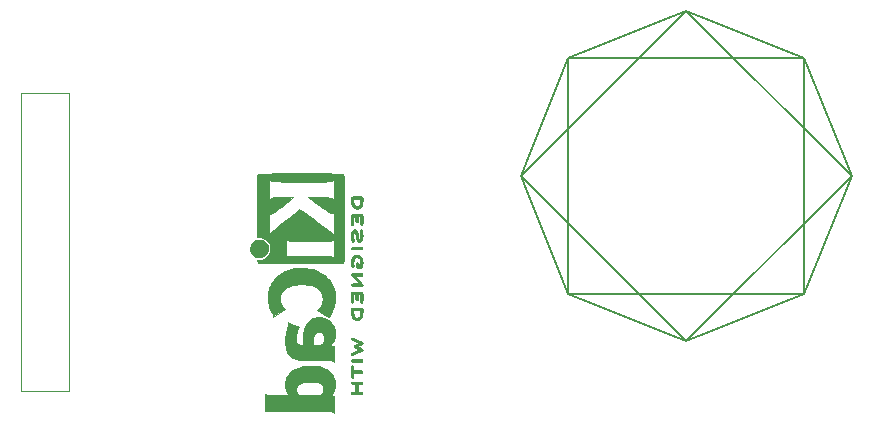
<source format=gbr>
%TF.GenerationSoftware,KiCad,Pcbnew,7.0.7*%
%TF.CreationDate,2023-08-23T01:14:16+09:00*%
%TF.ProjectId,maincircuit,6d61696e-6369-4726-9375-69742e6b6963,rev?*%
%TF.SameCoordinates,Original*%
%TF.FileFunction,Legend,Bot*%
%TF.FilePolarity,Positive*%
%FSLAX46Y46*%
G04 Gerber Fmt 4.6, Leading zero omitted, Abs format (unit mm)*
G04 Created by KiCad (PCBNEW 7.0.7) date 2023-08-23 01:14:16*
%MOMM*%
%LPD*%
G01*
G04 APERTURE LIST*
%ADD10C,0.150000*%
%ADD11C,0.010000*%
%ADD12C,0.100000*%
G04 APERTURE END LIST*
D10*
X75000000Y-59000000D02*
X95000000Y-59000000D01*
X95000000Y-79000000D01*
X75000000Y-79000000D01*
X75000000Y-59000000D01*
X75000000Y-79000000D02*
X71000000Y-69000000D01*
X85000000Y-55000000D02*
X71000000Y-69000000D01*
X99000000Y-69000000D02*
X95000000Y-79000000D01*
X85000000Y-83000000D02*
X99000000Y-69000000D01*
X71000000Y-69000000D02*
X75000000Y-59000000D01*
X75000000Y-59000000D02*
X85000000Y-55000000D01*
X99000000Y-69000000D02*
X85000000Y-55000000D01*
X71000000Y-69000000D02*
X85000000Y-83000000D01*
X85000000Y-55000000D02*
X95000000Y-59000000D01*
X85000000Y-83000000D02*
X75000000Y-79000000D01*
X95000000Y-59000000D02*
X99000000Y-69000000D01*
X95000000Y-79000000D02*
X85000000Y-83000000D01*
%TO.C,REF\u002A\u002A*%
D11*
X57554602Y-84558753D02*
X57577867Y-84600505D01*
X57578980Y-84648168D01*
X57551696Y-84690024D01*
X57545486Y-84695185D01*
X57532881Y-84702462D01*
X57514666Y-84708063D01*
X57487347Y-84712206D01*
X57447433Y-84715108D01*
X57391430Y-84716986D01*
X57315847Y-84718059D01*
X57217190Y-84718543D01*
X57091966Y-84718656D01*
X56663873Y-84718656D01*
X56635142Y-84683174D01*
X56615477Y-84651604D01*
X56606410Y-84620963D01*
X56614242Y-84592998D01*
X56635142Y-84558753D01*
X56663873Y-84523271D01*
X57525871Y-84523271D01*
X57554602Y-84558753D01*
G36*
X57554602Y-84558753D02*
G01*
X57577867Y-84600505D01*
X57578980Y-84648168D01*
X57551696Y-84690024D01*
X57545486Y-84695185D01*
X57532881Y-84702462D01*
X57514666Y-84708063D01*
X57487347Y-84712206D01*
X57447433Y-84715108D01*
X57391430Y-84716986D01*
X57315847Y-84718059D01*
X57217190Y-84718543D01*
X57091966Y-84718656D01*
X56663873Y-84718656D01*
X56635142Y-84683174D01*
X56615477Y-84651604D01*
X56606410Y-84620963D01*
X56614242Y-84592998D01*
X56635142Y-84558753D01*
X56663873Y-84523271D01*
X57525871Y-84523271D01*
X57554602Y-84558753D01*
G37*
X57172797Y-77226438D02*
X57278091Y-77226728D01*
X57359227Y-77227539D01*
X57419866Y-77229125D01*
X57463669Y-77231738D01*
X57494296Y-77235634D01*
X57515409Y-77241067D01*
X57530667Y-77248290D01*
X57543733Y-77257557D01*
X57576209Y-77298069D01*
X57580042Y-77344590D01*
X57554626Y-77393825D01*
X57550000Y-77399395D01*
X57538646Y-77410280D01*
X57523268Y-77418349D01*
X57499526Y-77424184D01*
X57463084Y-77428367D01*
X57409604Y-77431479D01*
X57334747Y-77434103D01*
X57234177Y-77436821D01*
X56942435Y-77444336D01*
X57262814Y-77797531D01*
X57351718Y-77895831D01*
X57429091Y-77982609D01*
X57488946Y-78052098D01*
X57532777Y-78106783D01*
X57562077Y-78149146D01*
X57578340Y-78181668D01*
X57583060Y-78206834D01*
X57577731Y-78227125D01*
X57563846Y-78245024D01*
X57542899Y-78263013D01*
X57531605Y-78271328D01*
X57517523Y-78278826D01*
X57498673Y-78284432D01*
X57471443Y-78288362D01*
X57432221Y-78290832D01*
X57377394Y-78292056D01*
X57303348Y-78292249D01*
X57206471Y-78291627D01*
X57083150Y-78290406D01*
X56663835Y-78285993D01*
X56635123Y-78250511D01*
X56613566Y-78215809D01*
X56609877Y-78172063D01*
X56635110Y-78126090D01*
X56639882Y-78120349D01*
X56651238Y-78109522D01*
X56666671Y-78101495D01*
X56690510Y-78095690D01*
X56727084Y-78091526D01*
X56780722Y-78088424D01*
X56855754Y-78085807D01*
X56956508Y-78083094D01*
X57249207Y-78075579D01*
X57031138Y-77835105D01*
X56926448Y-77719626D01*
X56835392Y-77618747D01*
X56761702Y-77536021D01*
X56703960Y-77469322D01*
X56660749Y-77416524D01*
X56630649Y-77375501D01*
X56612244Y-77344126D01*
X56604116Y-77320273D01*
X56604846Y-77301816D01*
X56613017Y-77286628D01*
X56627212Y-77272584D01*
X56646011Y-77257557D01*
X56653948Y-77251629D01*
X56667920Y-77243643D01*
X56686327Y-77237546D01*
X56712827Y-77233084D01*
X56751083Y-77230003D01*
X56804755Y-77228049D01*
X56877503Y-77226967D01*
X56972988Y-77226505D01*
X57094872Y-77226407D01*
X57172797Y-77226438D01*
G36*
X57172797Y-77226438D02*
G01*
X57278091Y-77226728D01*
X57359227Y-77227539D01*
X57419866Y-77229125D01*
X57463669Y-77231738D01*
X57494296Y-77235634D01*
X57515409Y-77241067D01*
X57530667Y-77248290D01*
X57543733Y-77257557D01*
X57576209Y-77298069D01*
X57580042Y-77344590D01*
X57554626Y-77393825D01*
X57550000Y-77399395D01*
X57538646Y-77410280D01*
X57523268Y-77418349D01*
X57499526Y-77424184D01*
X57463084Y-77428367D01*
X57409604Y-77431479D01*
X57334747Y-77434103D01*
X57234177Y-77436821D01*
X56942435Y-77444336D01*
X57262814Y-77797531D01*
X57351718Y-77895831D01*
X57429091Y-77982609D01*
X57488946Y-78052098D01*
X57532777Y-78106783D01*
X57562077Y-78149146D01*
X57578340Y-78181668D01*
X57583060Y-78206834D01*
X57577731Y-78227125D01*
X57563846Y-78245024D01*
X57542899Y-78263013D01*
X57531605Y-78271328D01*
X57517523Y-78278826D01*
X57498673Y-78284432D01*
X57471443Y-78288362D01*
X57432221Y-78290832D01*
X57377394Y-78292056D01*
X57303348Y-78292249D01*
X57206471Y-78291627D01*
X57083150Y-78290406D01*
X56663835Y-78285993D01*
X56635123Y-78250511D01*
X56613566Y-78215809D01*
X56609877Y-78172063D01*
X56635110Y-78126090D01*
X56639882Y-78120349D01*
X56651238Y-78109522D01*
X56666671Y-78101495D01*
X56690510Y-78095690D01*
X56727084Y-78091526D01*
X56780722Y-78088424D01*
X56855754Y-78085807D01*
X56956508Y-78083094D01*
X57249207Y-78075579D01*
X57031138Y-77835105D01*
X56926448Y-77719626D01*
X56835392Y-77618747D01*
X56761702Y-77536021D01*
X56703960Y-77469322D01*
X56660749Y-77416524D01*
X56630649Y-77375501D01*
X56612244Y-77344126D01*
X56604116Y-77320273D01*
X56604846Y-77301816D01*
X56613017Y-77286628D01*
X56627212Y-77272584D01*
X56646011Y-77257557D01*
X56653948Y-77251629D01*
X56667920Y-77243643D01*
X56686327Y-77237546D01*
X56712827Y-77233084D01*
X56751083Y-77230003D01*
X56804755Y-77228049D01*
X56877503Y-77226967D01*
X56972988Y-77226505D01*
X57094872Y-77226407D01*
X57172797Y-77226438D01*
G37*
X56716711Y-82676074D02*
X56762731Y-82693201D01*
X56827096Y-82719507D01*
X56905645Y-82753090D01*
X56994221Y-82792048D01*
X57088661Y-82834478D01*
X57184807Y-82878478D01*
X57278499Y-82922146D01*
X57365576Y-82963580D01*
X57441880Y-83000877D01*
X57503249Y-83032136D01*
X57545525Y-83055454D01*
X57564547Y-83068929D01*
X57582345Y-83114738D01*
X57573876Y-83170252D01*
X57567622Y-83177394D01*
X57538131Y-83198468D01*
X57489190Y-83228027D01*
X57425661Y-83263197D01*
X57352407Y-83301106D01*
X57140397Y-83407314D01*
X57335563Y-83504752D01*
X57361246Y-83517660D01*
X57430940Y-83553579D01*
X57490571Y-83585569D01*
X57534486Y-83610551D01*
X57557032Y-83625444D01*
X57558687Y-83626970D01*
X57579039Y-83664409D01*
X57581280Y-83711089D01*
X57564547Y-83752416D01*
X57560754Y-83755646D01*
X57533294Y-83771969D01*
X57483300Y-83798246D01*
X57414298Y-83832734D01*
X57329814Y-83873690D01*
X57233373Y-83919370D01*
X57128503Y-83968031D01*
X57069759Y-83994978D01*
X56962281Y-84043936D01*
X56877502Y-84081822D01*
X56812353Y-84109813D01*
X56763764Y-84129088D01*
X56728667Y-84140822D01*
X56703992Y-84146195D01*
X56686672Y-84146384D01*
X56673636Y-84142566D01*
X56645834Y-84123052D01*
X56618806Y-84087634D01*
X56618350Y-84086628D01*
X56609030Y-84060547D01*
X56608324Y-84037308D01*
X56618940Y-84014792D01*
X56643585Y-83990881D01*
X56684966Y-83963454D01*
X56745790Y-83930393D01*
X56828763Y-83889580D01*
X56936594Y-83838896D01*
X56978376Y-83819413D01*
X57062496Y-83779807D01*
X57135196Y-83745065D01*
X57192507Y-83717114D01*
X57230455Y-83697880D01*
X57245069Y-83689289D01*
X57244296Y-83687480D01*
X57225727Y-83674177D01*
X57186401Y-83651156D01*
X57130994Y-83621072D01*
X57064180Y-83586578D01*
X57022258Y-83565313D01*
X56948562Y-83526770D01*
X56896617Y-83496830D01*
X56862697Y-83472578D01*
X56843079Y-83451102D01*
X56834040Y-83429488D01*
X56831854Y-83404823D01*
X56832487Y-83390840D01*
X56838088Y-83369384D01*
X56852552Y-83348995D01*
X56879542Y-83326897D01*
X56922725Y-83300311D01*
X56985765Y-83266460D01*
X57072328Y-83222566D01*
X57097963Y-83209608D01*
X57160096Y-83177046D01*
X57208241Y-83150105D01*
X57238049Y-83131290D01*
X57245168Y-83123103D01*
X57240813Y-83121283D01*
X57212975Y-83108802D01*
X57163796Y-83086354D01*
X57097426Y-83055844D01*
X57018014Y-83019177D01*
X56929707Y-82978258D01*
X56853525Y-82942691D01*
X56770995Y-82903251D01*
X56710100Y-82872535D01*
X56667442Y-82848599D01*
X56639625Y-82829498D01*
X56623253Y-82813287D01*
X56614931Y-82798022D01*
X56611080Y-82785494D01*
X56610882Y-82752070D01*
X56631308Y-82715933D01*
X56632620Y-82714202D01*
X56662756Y-82684800D01*
X56692345Y-82670091D01*
X56693197Y-82670029D01*
X56716711Y-82676074D01*
G36*
X56716711Y-82676074D02*
G01*
X56762731Y-82693201D01*
X56827096Y-82719507D01*
X56905645Y-82753090D01*
X56994221Y-82792048D01*
X57088661Y-82834478D01*
X57184807Y-82878478D01*
X57278499Y-82922146D01*
X57365576Y-82963580D01*
X57441880Y-83000877D01*
X57503249Y-83032136D01*
X57545525Y-83055454D01*
X57564547Y-83068929D01*
X57582345Y-83114738D01*
X57573876Y-83170252D01*
X57567622Y-83177394D01*
X57538131Y-83198468D01*
X57489190Y-83228027D01*
X57425661Y-83263197D01*
X57352407Y-83301106D01*
X57140397Y-83407314D01*
X57335563Y-83504752D01*
X57361246Y-83517660D01*
X57430940Y-83553579D01*
X57490571Y-83585569D01*
X57534486Y-83610551D01*
X57557032Y-83625444D01*
X57558687Y-83626970D01*
X57579039Y-83664409D01*
X57581280Y-83711089D01*
X57564547Y-83752416D01*
X57560754Y-83755646D01*
X57533294Y-83771969D01*
X57483300Y-83798246D01*
X57414298Y-83832734D01*
X57329814Y-83873690D01*
X57233373Y-83919370D01*
X57128503Y-83968031D01*
X57069759Y-83994978D01*
X56962281Y-84043936D01*
X56877502Y-84081822D01*
X56812353Y-84109813D01*
X56763764Y-84129088D01*
X56728667Y-84140822D01*
X56703992Y-84146195D01*
X56686672Y-84146384D01*
X56673636Y-84142566D01*
X56645834Y-84123052D01*
X56618806Y-84087634D01*
X56618350Y-84086628D01*
X56609030Y-84060547D01*
X56608324Y-84037308D01*
X56618940Y-84014792D01*
X56643585Y-83990881D01*
X56684966Y-83963454D01*
X56745790Y-83930393D01*
X56828763Y-83889580D01*
X56936594Y-83838896D01*
X56978376Y-83819413D01*
X57062496Y-83779807D01*
X57135196Y-83745065D01*
X57192507Y-83717114D01*
X57230455Y-83697880D01*
X57245069Y-83689289D01*
X57244296Y-83687480D01*
X57225727Y-83674177D01*
X57186401Y-83651156D01*
X57130994Y-83621072D01*
X57064180Y-83586578D01*
X57022258Y-83565313D01*
X56948562Y-83526770D01*
X56896617Y-83496830D01*
X56862697Y-83472578D01*
X56843079Y-83451102D01*
X56834040Y-83429488D01*
X56831854Y-83404823D01*
X56832487Y-83390840D01*
X56838088Y-83369384D01*
X56852552Y-83348995D01*
X56879542Y-83326897D01*
X56922725Y-83300311D01*
X56985765Y-83266460D01*
X57072328Y-83222566D01*
X57097963Y-83209608D01*
X57160096Y-83177046D01*
X57208241Y-83150105D01*
X57238049Y-83131290D01*
X57245168Y-83123103D01*
X57240813Y-83121283D01*
X57212975Y-83108802D01*
X57163796Y-83086354D01*
X57097426Y-83055844D01*
X57018014Y-83019177D01*
X56929707Y-82978258D01*
X56853525Y-82942691D01*
X56770995Y-82903251D01*
X56710100Y-82872535D01*
X56667442Y-82848599D01*
X56639625Y-82829498D01*
X56623253Y-82813287D01*
X56614931Y-82798022D01*
X56611080Y-82785494D01*
X56610882Y-82752070D01*
X56631308Y-82715933D01*
X56632620Y-82714202D01*
X56662756Y-82684800D01*
X56692345Y-82670091D01*
X56693197Y-82670029D01*
X56716711Y-82676074D01*
G37*
X56774310Y-85051636D02*
X56776245Y-85053447D01*
X56787376Y-85068362D01*
X56794771Y-85091132D01*
X56799157Y-85127304D01*
X56801256Y-85182427D01*
X56801795Y-85262050D01*
X56801795Y-85447591D01*
X57152963Y-85447591D01*
X57253918Y-85447691D01*
X57342674Y-85448234D01*
X57408955Y-85449542D01*
X57456773Y-85451933D01*
X57490146Y-85455729D01*
X57513086Y-85461248D01*
X57529610Y-85468812D01*
X57543733Y-85478741D01*
X57547469Y-85481790D01*
X57577614Y-85523300D01*
X57579696Y-85569071D01*
X57553274Y-85612916D01*
X57542523Y-85622207D01*
X57528412Y-85629492D01*
X57507319Y-85634844D01*
X57475398Y-85638560D01*
X57428802Y-85640936D01*
X57363685Y-85642266D01*
X57276201Y-85642847D01*
X57162505Y-85642975D01*
X56801795Y-85642975D01*
X56801795Y-85837269D01*
X56801794Y-85852047D01*
X56801494Y-85927292D01*
X56799977Y-85979008D01*
X56796250Y-86012815D01*
X56789318Y-86034332D01*
X56778186Y-86049179D01*
X56761860Y-86062976D01*
X56721003Y-86084074D01*
X56676029Y-86079944D01*
X56632712Y-86045803D01*
X56627763Y-86039225D01*
X56621325Y-86025631D01*
X56616314Y-86005094D01*
X56612557Y-85974311D01*
X56609876Y-85929980D01*
X56608096Y-85868799D01*
X56607043Y-85787465D01*
X56606539Y-85682677D01*
X56606410Y-85551133D01*
X56606412Y-85524469D01*
X56606532Y-85399157D01*
X56606984Y-85299952D01*
X56607972Y-85223522D01*
X56609697Y-85166541D01*
X56612361Y-85125677D01*
X56616169Y-85097603D01*
X56621321Y-85078988D01*
X56628020Y-85066504D01*
X56636470Y-85056821D01*
X56680029Y-85031784D01*
X56730057Y-85029858D01*
X56774310Y-85051636D01*
G36*
X56774310Y-85051636D02*
G01*
X56776245Y-85053447D01*
X56787376Y-85068362D01*
X56794771Y-85091132D01*
X56799157Y-85127304D01*
X56801256Y-85182427D01*
X56801795Y-85262050D01*
X56801795Y-85447591D01*
X57152963Y-85447591D01*
X57253918Y-85447691D01*
X57342674Y-85448234D01*
X57408955Y-85449542D01*
X57456773Y-85451933D01*
X57490146Y-85455729D01*
X57513086Y-85461248D01*
X57529610Y-85468812D01*
X57543733Y-85478741D01*
X57547469Y-85481790D01*
X57577614Y-85523300D01*
X57579696Y-85569071D01*
X57553274Y-85612916D01*
X57542523Y-85622207D01*
X57528412Y-85629492D01*
X57507319Y-85634844D01*
X57475398Y-85638560D01*
X57428802Y-85640936D01*
X57363685Y-85642266D01*
X57276201Y-85642847D01*
X57162505Y-85642975D01*
X56801795Y-85642975D01*
X56801795Y-85837269D01*
X56801794Y-85852047D01*
X56801494Y-85927292D01*
X56799977Y-85979008D01*
X56796250Y-86012815D01*
X56789318Y-86034332D01*
X56778186Y-86049179D01*
X56761860Y-86062976D01*
X56721003Y-86084074D01*
X56676029Y-86079944D01*
X56632712Y-86045803D01*
X56627763Y-86039225D01*
X56621325Y-86025631D01*
X56616314Y-86005094D01*
X56612557Y-85974311D01*
X56609876Y-85929980D01*
X56608096Y-85868799D01*
X56607043Y-85787465D01*
X56606539Y-85682677D01*
X56606410Y-85551133D01*
X56606412Y-85524469D01*
X56606532Y-85399157D01*
X56606984Y-85299952D01*
X56607972Y-85223522D01*
X56609697Y-85166541D01*
X56612361Y-85125677D01*
X56616169Y-85097603D01*
X56621321Y-85078988D01*
X56628020Y-85066504D01*
X56636470Y-85056821D01*
X56680029Y-85031784D01*
X56730057Y-85029858D01*
X56774310Y-85051636D01*
G37*
X57119241Y-75650389D02*
X57187583Y-75667619D01*
X57262840Y-75698457D01*
X57334622Y-75738254D01*
X57392542Y-75782360D01*
X57406319Y-75795935D01*
X57475250Y-75885250D01*
X57528362Y-75991926D01*
X57560849Y-76106703D01*
X57571649Y-76179880D01*
X57580442Y-76304300D01*
X57577663Y-76423830D01*
X57564023Y-76533654D01*
X57540232Y-76628956D01*
X57506998Y-76704921D01*
X57465033Y-76756733D01*
X57462403Y-76758564D01*
X57428818Y-76768000D01*
X57365910Y-76773644D01*
X57273428Y-76775520D01*
X57190574Y-76774375D01*
X57127491Y-76768091D01*
X57084750Y-76752528D01*
X57058719Y-76723545D01*
X57045764Y-76677002D01*
X57042253Y-76608759D01*
X57044554Y-76514676D01*
X57048564Y-76449945D01*
X57059471Y-76383116D01*
X57078181Y-76339855D01*
X57106453Y-76316611D01*
X57146048Y-76309833D01*
X57152094Y-76309974D01*
X57198417Y-76321560D01*
X57229594Y-76353525D01*
X57247168Y-76408464D01*
X57252683Y-76488969D01*
X57252683Y-76580135D01*
X57303743Y-76580135D01*
X57315906Y-76580068D01*
X57338873Y-76577112D01*
X57352578Y-76564774D01*
X57361814Y-76536308D01*
X57371376Y-76484969D01*
X57372620Y-76477681D01*
X57385805Y-76348605D01*
X57381918Y-76228794D01*
X57362307Y-76121076D01*
X57328317Y-76028282D01*
X57281293Y-75953240D01*
X57222581Y-75898780D01*
X57153527Y-75867730D01*
X57075478Y-75862921D01*
X57037008Y-75870268D01*
X56962599Y-75905793D01*
X56901810Y-75967287D01*
X56855431Y-76053801D01*
X56824252Y-76164386D01*
X56818329Y-76197237D01*
X56804351Y-76316166D01*
X56805987Y-76422418D01*
X56823209Y-76526387D01*
X56832248Y-76573176D01*
X56833603Y-76633670D01*
X56816919Y-76675361D01*
X56781256Y-76702193D01*
X56743649Y-76710692D01*
X56702078Y-76698062D01*
X56684204Y-76685642D01*
X56652875Y-76640064D01*
X56629082Y-76570005D01*
X56613776Y-76478784D01*
X56607909Y-76369721D01*
X56613217Y-76240379D01*
X56634938Y-76099246D01*
X56672285Y-75974348D01*
X56724083Y-75869443D01*
X56789162Y-75788291D01*
X56832913Y-75753582D01*
X56898414Y-75714297D01*
X56970119Y-75680651D01*
X57038241Y-75657153D01*
X57092993Y-75648312D01*
X57119241Y-75650389D01*
G36*
X57119241Y-75650389D02*
G01*
X57187583Y-75667619D01*
X57262840Y-75698457D01*
X57334622Y-75738254D01*
X57392542Y-75782360D01*
X57406319Y-75795935D01*
X57475250Y-75885250D01*
X57528362Y-75991926D01*
X57560849Y-76106703D01*
X57571649Y-76179880D01*
X57580442Y-76304300D01*
X57577663Y-76423830D01*
X57564023Y-76533654D01*
X57540232Y-76628956D01*
X57506998Y-76704921D01*
X57465033Y-76756733D01*
X57462403Y-76758564D01*
X57428818Y-76768000D01*
X57365910Y-76773644D01*
X57273428Y-76775520D01*
X57190574Y-76774375D01*
X57127491Y-76768091D01*
X57084750Y-76752528D01*
X57058719Y-76723545D01*
X57045764Y-76677002D01*
X57042253Y-76608759D01*
X57044554Y-76514676D01*
X57048564Y-76449945D01*
X57059471Y-76383116D01*
X57078181Y-76339855D01*
X57106453Y-76316611D01*
X57146048Y-76309833D01*
X57152094Y-76309974D01*
X57198417Y-76321560D01*
X57229594Y-76353525D01*
X57247168Y-76408464D01*
X57252683Y-76488969D01*
X57252683Y-76580135D01*
X57303743Y-76580135D01*
X57315906Y-76580068D01*
X57338873Y-76577112D01*
X57352578Y-76564774D01*
X57361814Y-76536308D01*
X57371376Y-76484969D01*
X57372620Y-76477681D01*
X57385805Y-76348605D01*
X57381918Y-76228794D01*
X57362307Y-76121076D01*
X57328317Y-76028282D01*
X57281293Y-75953240D01*
X57222581Y-75898780D01*
X57153527Y-75867730D01*
X57075478Y-75862921D01*
X57037008Y-75870268D01*
X56962599Y-75905793D01*
X56901810Y-75967287D01*
X56855431Y-76053801D01*
X56824252Y-76164386D01*
X56818329Y-76197237D01*
X56804351Y-76316166D01*
X56805987Y-76422418D01*
X56823209Y-76526387D01*
X56832248Y-76573176D01*
X56833603Y-76633670D01*
X56816919Y-76675361D01*
X56781256Y-76702193D01*
X56743649Y-76710692D01*
X56702078Y-76698062D01*
X56684204Y-76685642D01*
X56652875Y-76640064D01*
X56629082Y-76570005D01*
X56613776Y-76478784D01*
X56607909Y-76369721D01*
X56613217Y-76240379D01*
X56634938Y-76099246D01*
X56672285Y-75974348D01*
X56724083Y-75869443D01*
X56789162Y-75788291D01*
X56832913Y-75753582D01*
X56898414Y-75714297D01*
X56970119Y-75680651D01*
X57038241Y-75657153D01*
X57092993Y-75648312D01*
X57119241Y-75650389D01*
G37*
X56940802Y-73515347D02*
X56973816Y-73523059D01*
X57002666Y-73542773D01*
X57039080Y-73580014D01*
X57048837Y-73590636D01*
X57076666Y-73622202D01*
X57099260Y-73652016D01*
X57117837Y-73684014D01*
X57133615Y-73722128D01*
X57147812Y-73770292D01*
X57161647Y-73832440D01*
X57176338Y-73912506D01*
X57193103Y-74014424D01*
X57213161Y-74142126D01*
X57217200Y-74166575D01*
X57235334Y-74249558D01*
X57256281Y-74309759D01*
X57279009Y-74344753D01*
X57302487Y-74352114D01*
X57308172Y-74348625D01*
X57328229Y-74324750D01*
X57350375Y-74287305D01*
X57358351Y-74270264D01*
X57367927Y-74241908D01*
X57374287Y-74206779D01*
X57378040Y-74159057D01*
X57379794Y-74092924D01*
X57380158Y-74002561D01*
X57380061Y-73978883D01*
X57378582Y-73888855D01*
X57375619Y-73802398D01*
X57371537Y-73728341D01*
X57366698Y-73675511D01*
X57361282Y-73628233D01*
X57360240Y-73589288D01*
X57366363Y-73564124D01*
X57380576Y-73544002D01*
X57385359Y-73539134D01*
X57427662Y-73517377D01*
X57475130Y-73519135D01*
X57515895Y-73544373D01*
X57531346Y-73571494D01*
X57548248Y-73619401D01*
X57561628Y-73675882D01*
X57562425Y-73680476D01*
X57569370Y-73737284D01*
X57575193Y-73813687D01*
X57579304Y-73900248D01*
X57581113Y-73987531D01*
X57581169Y-74009143D01*
X57577870Y-74140032D01*
X57567211Y-74246610D01*
X57547864Y-74333388D01*
X57518502Y-74404876D01*
X57477798Y-74465587D01*
X57424424Y-74520031D01*
X57389507Y-74546819D01*
X57350169Y-74562298D01*
X57297292Y-74566170D01*
X57281357Y-74565983D01*
X57237846Y-74560827D01*
X57202531Y-74544338D01*
X57161460Y-74510835D01*
X57131984Y-74482594D01*
X57101967Y-74447451D01*
X57077513Y-74407887D01*
X57057202Y-74359653D01*
X57039612Y-74298500D01*
X57023323Y-74220181D01*
X57006913Y-74120446D01*
X56988962Y-73995046D01*
X56979630Y-73934720D01*
X56960246Y-73844248D01*
X56938280Y-73778831D01*
X56914451Y-73739466D01*
X56889482Y-73727150D01*
X56864093Y-73742882D01*
X56839005Y-73787658D01*
X56837389Y-73791713D01*
X56821309Y-73853434D01*
X56810391Y-73936844D01*
X56804852Y-74034611D01*
X56804909Y-74139402D01*
X56810778Y-74243885D01*
X56822675Y-74340727D01*
X56823539Y-74345955D01*
X56833800Y-74410947D01*
X56838608Y-74453886D01*
X56837813Y-74481841D01*
X56831261Y-74501883D01*
X56818801Y-74521082D01*
X56817642Y-74522639D01*
X56777204Y-74555280D01*
X56729939Y-74561662D01*
X56683899Y-74540617D01*
X56677966Y-74534565D01*
X56657810Y-74495138D01*
X56640338Y-74432588D01*
X56625959Y-74352302D01*
X56615084Y-74259663D01*
X56608121Y-74160058D01*
X56605479Y-74058870D01*
X56607568Y-73961485D01*
X56614797Y-73873287D01*
X56627576Y-73799662D01*
X56647361Y-73731919D01*
X56691472Y-73636976D01*
X56748298Y-73568868D01*
X56817615Y-73527831D01*
X56899199Y-73514099D01*
X56940802Y-73515347D01*
G36*
X56940802Y-73515347D02*
G01*
X56973816Y-73523059D01*
X57002666Y-73542773D01*
X57039080Y-73580014D01*
X57048837Y-73590636D01*
X57076666Y-73622202D01*
X57099260Y-73652016D01*
X57117837Y-73684014D01*
X57133615Y-73722128D01*
X57147812Y-73770292D01*
X57161647Y-73832440D01*
X57176338Y-73912506D01*
X57193103Y-74014424D01*
X57213161Y-74142126D01*
X57217200Y-74166575D01*
X57235334Y-74249558D01*
X57256281Y-74309759D01*
X57279009Y-74344753D01*
X57302487Y-74352114D01*
X57308172Y-74348625D01*
X57328229Y-74324750D01*
X57350375Y-74287305D01*
X57358351Y-74270264D01*
X57367927Y-74241908D01*
X57374287Y-74206779D01*
X57378040Y-74159057D01*
X57379794Y-74092924D01*
X57380158Y-74002561D01*
X57380061Y-73978883D01*
X57378582Y-73888855D01*
X57375619Y-73802398D01*
X57371537Y-73728341D01*
X57366698Y-73675511D01*
X57361282Y-73628233D01*
X57360240Y-73589288D01*
X57366363Y-73564124D01*
X57380576Y-73544002D01*
X57385359Y-73539134D01*
X57427662Y-73517377D01*
X57475130Y-73519135D01*
X57515895Y-73544373D01*
X57531346Y-73571494D01*
X57548248Y-73619401D01*
X57561628Y-73675882D01*
X57562425Y-73680476D01*
X57569370Y-73737284D01*
X57575193Y-73813687D01*
X57579304Y-73900248D01*
X57581113Y-73987531D01*
X57581169Y-74009143D01*
X57577870Y-74140032D01*
X57567211Y-74246610D01*
X57547864Y-74333388D01*
X57518502Y-74404876D01*
X57477798Y-74465587D01*
X57424424Y-74520031D01*
X57389507Y-74546819D01*
X57350169Y-74562298D01*
X57297292Y-74566170D01*
X57281357Y-74565983D01*
X57237846Y-74560827D01*
X57202531Y-74544338D01*
X57161460Y-74510835D01*
X57131984Y-74482594D01*
X57101967Y-74447451D01*
X57077513Y-74407887D01*
X57057202Y-74359653D01*
X57039612Y-74298500D01*
X57023323Y-74220181D01*
X57006913Y-74120446D01*
X56988962Y-73995046D01*
X56979630Y-73934720D01*
X56960246Y-73844248D01*
X56938280Y-73778831D01*
X56914451Y-73739466D01*
X56889482Y-73727150D01*
X56864093Y-73742882D01*
X56839005Y-73787658D01*
X56837389Y-73791713D01*
X56821309Y-73853434D01*
X56810391Y-73936844D01*
X56804852Y-74034611D01*
X56804909Y-74139402D01*
X56810778Y-74243885D01*
X56822675Y-74340727D01*
X56823539Y-74345955D01*
X56833800Y-74410947D01*
X56838608Y-74453886D01*
X56837813Y-74481841D01*
X56831261Y-74501883D01*
X56818801Y-74521082D01*
X56817642Y-74522639D01*
X56777204Y-74555280D01*
X56729939Y-74561662D01*
X56683899Y-74540617D01*
X56677966Y-74534565D01*
X56657810Y-74495138D01*
X56640338Y-74432588D01*
X56625959Y-74352302D01*
X56615084Y-74259663D01*
X56608121Y-74160058D01*
X56605479Y-74058870D01*
X56607568Y-73961485D01*
X56614797Y-73873287D01*
X56627576Y-73799662D01*
X56647361Y-73731919D01*
X56691472Y-73636976D01*
X56748298Y-73568868D01*
X56817615Y-73527831D01*
X56899199Y-73514099D01*
X56940802Y-73515347D01*
G37*
X48888539Y-74373968D02*
X48955270Y-74377650D01*
X49007334Y-74386678D01*
X49056686Y-74403306D01*
X49115286Y-74429788D01*
X49130902Y-74437448D01*
X49273893Y-74527994D01*
X49391543Y-74641875D01*
X49481089Y-74775859D01*
X49539772Y-74926714D01*
X49556147Y-75004119D01*
X49563810Y-75161151D01*
X49539016Y-75313247D01*
X49484306Y-75455946D01*
X49402223Y-75584788D01*
X49295309Y-75695314D01*
X49166107Y-75783064D01*
X49017158Y-75843577D01*
X48895265Y-75865717D01*
X48760751Y-75867712D01*
X48629908Y-75849705D01*
X48516572Y-75812554D01*
X48435543Y-75769628D01*
X48306987Y-75674067D01*
X48205527Y-75560779D01*
X48131172Y-75433929D01*
X48083933Y-75297682D01*
X48063818Y-75156205D01*
X48070839Y-75013663D01*
X48105005Y-74874221D01*
X48166325Y-74742045D01*
X48254810Y-74621301D01*
X48370470Y-74516154D01*
X48513313Y-74430770D01*
X48563633Y-74407879D01*
X48614636Y-74389334D01*
X48665624Y-74378928D01*
X48728691Y-74374367D01*
X48815929Y-74373357D01*
X48888539Y-74373968D01*
G36*
X48888539Y-74373968D02*
G01*
X48955270Y-74377650D01*
X49007334Y-74386678D01*
X49056686Y-74403306D01*
X49115286Y-74429788D01*
X49130902Y-74437448D01*
X49273893Y-74527994D01*
X49391543Y-74641875D01*
X49481089Y-74775859D01*
X49539772Y-74926714D01*
X49556147Y-75004119D01*
X49563810Y-75161151D01*
X49539016Y-75313247D01*
X49484306Y-75455946D01*
X49402223Y-75584788D01*
X49295309Y-75695314D01*
X49166107Y-75783064D01*
X49017158Y-75843577D01*
X48895265Y-75865717D01*
X48760751Y-75867712D01*
X48629908Y-75849705D01*
X48516572Y-75812554D01*
X48435543Y-75769628D01*
X48306987Y-75674067D01*
X48205527Y-75560779D01*
X48131172Y-75433929D01*
X48083933Y-75297682D01*
X48063818Y-75156205D01*
X48070839Y-75013663D01*
X48105005Y-74874221D01*
X48166325Y-74742045D01*
X48254810Y-74621301D01*
X48370470Y-74516154D01*
X48513313Y-74430770D01*
X48563633Y-74407879D01*
X48614636Y-74389334D01*
X48665624Y-74378928D01*
X48728691Y-74374367D01*
X48815929Y-74373357D01*
X48888539Y-74373968D01*
G37*
X57150357Y-86393392D02*
X57305286Y-86394036D01*
X57324158Y-86394128D01*
X57406386Y-86394908D01*
X57464544Y-86396669D01*
X57503660Y-86400058D01*
X57528761Y-86405723D01*
X57544876Y-86414312D01*
X57557032Y-86426473D01*
X57580220Y-86471017D01*
X57576357Y-86517546D01*
X57543733Y-86558689D01*
X57526155Y-86570684D01*
X57501477Y-86580604D01*
X57466824Y-86586419D01*
X57415505Y-86589155D01*
X57340833Y-86589839D01*
X57177535Y-86589839D01*
X57177535Y-87251141D01*
X57357038Y-87251141D01*
X57404688Y-87251238D01*
X57466370Y-87252253D01*
X57507022Y-87255151D01*
X57532358Y-87260872D01*
X57548092Y-87270356D01*
X57559937Y-87284544D01*
X57580000Y-87327482D01*
X57576449Y-87374461D01*
X57543733Y-87415375D01*
X57535405Y-87421574D01*
X57521394Y-87429476D01*
X57502848Y-87435509D01*
X57476123Y-87439923D01*
X57437570Y-87442971D01*
X57383544Y-87444903D01*
X57310398Y-87445972D01*
X57214486Y-87446429D01*
X57092162Y-87446525D01*
X56680192Y-87446525D01*
X56643301Y-87409635D01*
X56613688Y-87367859D01*
X56610107Y-87323619D01*
X56636470Y-87281200D01*
X56649478Y-87270169D01*
X56670636Y-87260301D01*
X56702545Y-87254526D01*
X56751636Y-87251816D01*
X56824339Y-87251141D01*
X56982150Y-87251141D01*
X56982150Y-86589839D01*
X56828360Y-86589839D01*
X56759533Y-86589256D01*
X56713568Y-86586641D01*
X56683511Y-86580629D01*
X56662407Y-86569853D01*
X56643301Y-86552948D01*
X56613688Y-86511172D01*
X56610107Y-86466933D01*
X56636470Y-86424514D01*
X56644711Y-86417015D01*
X56655636Y-86410238D01*
X56671315Y-86404798D01*
X56694559Y-86400566D01*
X56728181Y-86397416D01*
X56774992Y-86395218D01*
X56837803Y-86393845D01*
X56919427Y-86393168D01*
X57022674Y-86393060D01*
X57150357Y-86393392D01*
G36*
X57150357Y-86393392D02*
G01*
X57305286Y-86394036D01*
X57324158Y-86394128D01*
X57406386Y-86394908D01*
X57464544Y-86396669D01*
X57503660Y-86400058D01*
X57528761Y-86405723D01*
X57544876Y-86414312D01*
X57557032Y-86426473D01*
X57580220Y-86471017D01*
X57576357Y-86517546D01*
X57543733Y-86558689D01*
X57526155Y-86570684D01*
X57501477Y-86580604D01*
X57466824Y-86586419D01*
X57415505Y-86589155D01*
X57340833Y-86589839D01*
X57177535Y-86589839D01*
X57177535Y-87251141D01*
X57357038Y-87251141D01*
X57404688Y-87251238D01*
X57466370Y-87252253D01*
X57507022Y-87255151D01*
X57532358Y-87260872D01*
X57548092Y-87270356D01*
X57559937Y-87284544D01*
X57580000Y-87327482D01*
X57576449Y-87374461D01*
X57543733Y-87415375D01*
X57535405Y-87421574D01*
X57521394Y-87429476D01*
X57502848Y-87435509D01*
X57476123Y-87439923D01*
X57437570Y-87442971D01*
X57383544Y-87444903D01*
X57310398Y-87445972D01*
X57214486Y-87446429D01*
X57092162Y-87446525D01*
X56680192Y-87446525D01*
X56643301Y-87409635D01*
X56613688Y-87367859D01*
X56610107Y-87323619D01*
X56636470Y-87281200D01*
X56649478Y-87270169D01*
X56670636Y-87260301D01*
X56702545Y-87254526D01*
X56751636Y-87251816D01*
X56824339Y-87251141D01*
X56982150Y-87251141D01*
X56982150Y-86589839D01*
X56828360Y-86589839D01*
X56759533Y-86589256D01*
X56713568Y-86586641D01*
X56683511Y-86580629D01*
X56662407Y-86569853D01*
X56643301Y-86552948D01*
X56613688Y-86511172D01*
X56610107Y-86466933D01*
X56636470Y-86424514D01*
X56644711Y-86417015D01*
X56655636Y-86410238D01*
X56671315Y-86404798D01*
X56694559Y-86400566D01*
X56728181Y-86397416D01*
X56774992Y-86395218D01*
X56837803Y-86393845D01*
X56919427Y-86393168D01*
X57022674Y-86393060D01*
X57150357Y-86393392D01*
G37*
X57194401Y-72221604D02*
X57298481Y-72221935D01*
X57378648Y-72222782D01*
X57438398Y-72224376D01*
X57481228Y-72226947D01*
X57510634Y-72230725D01*
X57530112Y-72235942D01*
X57543160Y-72242829D01*
X57553274Y-72251614D01*
X57557504Y-72256053D01*
X57565640Y-72267399D01*
X57571863Y-72283378D01*
X57576430Y-72307623D01*
X57579595Y-72343765D01*
X57581613Y-72395437D01*
X57582739Y-72466272D01*
X57583227Y-72559902D01*
X57583334Y-72679957D01*
X57583318Y-72736019D01*
X57583075Y-72844055D01*
X57582339Y-72927255D01*
X57580854Y-72989251D01*
X57578365Y-73033675D01*
X57574618Y-73064160D01*
X57569357Y-73084338D01*
X57562327Y-73097841D01*
X57553274Y-73108301D01*
X57524518Y-73127907D01*
X57485641Y-73138360D01*
X57453813Y-73131039D01*
X57418008Y-73108301D01*
X57411873Y-73101672D01*
X57403503Y-73088658D01*
X57397345Y-73069865D01*
X57393063Y-73041247D01*
X57390320Y-72998757D01*
X57388778Y-72938349D01*
X57388100Y-72855976D01*
X57387949Y-72747591D01*
X57387949Y-72416940D01*
X57177535Y-72416940D01*
X57177535Y-72631525D01*
X57177341Y-72679211D01*
X57175048Y-72766580D01*
X57169143Y-72829475D01*
X57158353Y-72871726D01*
X57141404Y-72897163D01*
X57117021Y-72909616D01*
X57083931Y-72912916D01*
X57056963Y-72911854D01*
X57027905Y-72904862D01*
X57007467Y-72887829D01*
X56994159Y-72856755D01*
X56986496Y-72807643D01*
X56982989Y-72736492D01*
X56982150Y-72639304D01*
X56982150Y-72415440D01*
X56809310Y-72424454D01*
X56805251Y-72754255D01*
X56804081Y-72837586D01*
X56802158Y-72928732D01*
X56799588Y-72996504D01*
X56796059Y-73044770D01*
X56791261Y-73077398D01*
X56784885Y-73098254D01*
X56776620Y-73111207D01*
X56768095Y-73119216D01*
X56725916Y-73136535D01*
X56678404Y-73131795D01*
X56637055Y-73105467D01*
X56633163Y-73101137D01*
X56624707Y-73089182D01*
X56618247Y-73073068D01*
X56613515Y-73049095D01*
X56610244Y-73013563D01*
X56608165Y-72962773D01*
X56607012Y-72893024D01*
X56606516Y-72800616D01*
X56606410Y-72681850D01*
X56606432Y-72608980D01*
X56606688Y-72506337D01*
X56607466Y-72427858D01*
X56609052Y-72369828D01*
X56611732Y-72328531D01*
X56615790Y-72300250D01*
X56621512Y-72281268D01*
X56629183Y-72267871D01*
X56639090Y-72256340D01*
X56641327Y-72253964D01*
X56651364Y-72244320D01*
X56663370Y-72236809D01*
X56680857Y-72231163D01*
X56707334Y-72227117D01*
X56746315Y-72224404D01*
X56801310Y-72222758D01*
X56875830Y-72221912D01*
X56973387Y-72221600D01*
X57097492Y-72221555D01*
X57194401Y-72221604D01*
G36*
X57194401Y-72221604D02*
G01*
X57298481Y-72221935D01*
X57378648Y-72222782D01*
X57438398Y-72224376D01*
X57481228Y-72226947D01*
X57510634Y-72230725D01*
X57530112Y-72235942D01*
X57543160Y-72242829D01*
X57553274Y-72251614D01*
X57557504Y-72256053D01*
X57565640Y-72267399D01*
X57571863Y-72283378D01*
X57576430Y-72307623D01*
X57579595Y-72343765D01*
X57581613Y-72395437D01*
X57582739Y-72466272D01*
X57583227Y-72559902D01*
X57583334Y-72679957D01*
X57583318Y-72736019D01*
X57583075Y-72844055D01*
X57582339Y-72927255D01*
X57580854Y-72989251D01*
X57578365Y-73033675D01*
X57574618Y-73064160D01*
X57569357Y-73084338D01*
X57562327Y-73097841D01*
X57553274Y-73108301D01*
X57524518Y-73127907D01*
X57485641Y-73138360D01*
X57453813Y-73131039D01*
X57418008Y-73108301D01*
X57411873Y-73101672D01*
X57403503Y-73088658D01*
X57397345Y-73069865D01*
X57393063Y-73041247D01*
X57390320Y-72998757D01*
X57388778Y-72938349D01*
X57388100Y-72855976D01*
X57387949Y-72747591D01*
X57387949Y-72416940D01*
X57177535Y-72416940D01*
X57177535Y-72631525D01*
X57177341Y-72679211D01*
X57175048Y-72766580D01*
X57169143Y-72829475D01*
X57158353Y-72871726D01*
X57141404Y-72897163D01*
X57117021Y-72909616D01*
X57083931Y-72912916D01*
X57056963Y-72911854D01*
X57027905Y-72904862D01*
X57007467Y-72887829D01*
X56994159Y-72856755D01*
X56986496Y-72807643D01*
X56982989Y-72736492D01*
X56982150Y-72639304D01*
X56982150Y-72415440D01*
X56809310Y-72424454D01*
X56805251Y-72754255D01*
X56804081Y-72837586D01*
X56802158Y-72928732D01*
X56799588Y-72996504D01*
X56796059Y-73044770D01*
X56791261Y-73077398D01*
X56784885Y-73098254D01*
X56776620Y-73111207D01*
X56768095Y-73119216D01*
X56725916Y-73136535D01*
X56678404Y-73131795D01*
X56637055Y-73105467D01*
X56633163Y-73101137D01*
X56624707Y-73089182D01*
X56618247Y-73073068D01*
X56613515Y-73049095D01*
X56610244Y-73013563D01*
X56608165Y-72962773D01*
X56607012Y-72893024D01*
X56606516Y-72800616D01*
X56606410Y-72681850D01*
X56606432Y-72608980D01*
X56606688Y-72506337D01*
X56607466Y-72427858D01*
X56609052Y-72369828D01*
X56611732Y-72328531D01*
X56615790Y-72300250D01*
X56621512Y-72281268D01*
X56629183Y-72267871D01*
X56639090Y-72256340D01*
X56641327Y-72253964D01*
X56651364Y-72244320D01*
X56663370Y-72236809D01*
X56680857Y-72231163D01*
X56707334Y-72227117D01*
X56746315Y-72224404D01*
X56801310Y-72222758D01*
X56875830Y-72221912D01*
X56973387Y-72221600D01*
X57097492Y-72221555D01*
X57194401Y-72221604D01*
G37*
X53873204Y-68776183D02*
X54162398Y-68776338D01*
X54423091Y-68776661D01*
X54656784Y-68777199D01*
X54864976Y-68777999D01*
X55049168Y-68779108D01*
X55156857Y-68780084D01*
X55210860Y-68780572D01*
X55351553Y-68782440D01*
X55472746Y-68784759D01*
X55575940Y-68787575D01*
X55662635Y-68790936D01*
X55734332Y-68794890D01*
X55792530Y-68799483D01*
X55838730Y-68804762D01*
X55874433Y-68810775D01*
X55901137Y-68817570D01*
X55920345Y-68825192D01*
X55933555Y-68833691D01*
X55942268Y-68843111D01*
X55947985Y-68853502D01*
X55952206Y-68864910D01*
X55956430Y-68877382D01*
X55962159Y-68890966D01*
X55965030Y-68898609D01*
X55968165Y-68912629D01*
X55971037Y-68933462D01*
X55973659Y-68962579D01*
X55976040Y-69001456D01*
X55978194Y-69051566D01*
X55980130Y-69114383D01*
X55981862Y-69191380D01*
X55983400Y-69284031D01*
X55984756Y-69393810D01*
X55985941Y-69522190D01*
X55986968Y-69670646D01*
X55987846Y-69840650D01*
X55988589Y-70033677D01*
X55989207Y-70251200D01*
X55989713Y-70494692D01*
X55990116Y-70765629D01*
X55990430Y-71065483D01*
X55990665Y-71395727D01*
X55990834Y-71757836D01*
X55990947Y-72153284D01*
X55991016Y-72583544D01*
X55991029Y-72719892D01*
X55991038Y-73140814D01*
X55990985Y-73527353D01*
X55990860Y-73880966D01*
X55990652Y-74203110D01*
X55990351Y-74495239D01*
X55989946Y-74758812D01*
X55989426Y-74995284D01*
X55988782Y-75206110D01*
X55988002Y-75392749D01*
X55987076Y-75556655D01*
X55985993Y-75699285D01*
X55984743Y-75822095D01*
X55983315Y-75926542D01*
X55981698Y-76014081D01*
X55979883Y-76086170D01*
X55977858Y-76144264D01*
X55975613Y-76189820D01*
X55973137Y-76224293D01*
X55970420Y-76249141D01*
X55967451Y-76265819D01*
X55964220Y-76275783D01*
X55962782Y-76278954D01*
X55958058Y-76291933D01*
X55954608Y-76303835D01*
X55950930Y-76314708D01*
X55945521Y-76324602D01*
X55936879Y-76333563D01*
X55923502Y-76341641D01*
X55903886Y-76348884D01*
X55876531Y-76355339D01*
X55839933Y-76361055D01*
X55792590Y-76366081D01*
X55733000Y-76370464D01*
X55659659Y-76374253D01*
X55571067Y-76377496D01*
X55465720Y-76380241D01*
X55342117Y-76382537D01*
X55198754Y-76384432D01*
X55034129Y-76385974D01*
X54846740Y-76387211D01*
X54635085Y-76388192D01*
X54397661Y-76388965D01*
X54132966Y-76389578D01*
X53839498Y-76390079D01*
X53515753Y-76390516D01*
X53160230Y-76390939D01*
X52771426Y-76391395D01*
X52347840Y-76391932D01*
X52296560Y-76392001D01*
X51875657Y-76392600D01*
X51489362Y-76393173D01*
X51136172Y-76393677D01*
X50814584Y-76394070D01*
X50523094Y-76394310D01*
X50260200Y-76394354D01*
X50024398Y-76394160D01*
X49814186Y-76393686D01*
X49628060Y-76392888D01*
X49464517Y-76391726D01*
X49322055Y-76390156D01*
X49199170Y-76388136D01*
X49094359Y-76385623D01*
X49006119Y-76382576D01*
X48932947Y-76378951D01*
X48873340Y-76374707D01*
X48825795Y-76369802D01*
X48788808Y-76364192D01*
X48760878Y-76357835D01*
X48740500Y-76350689D01*
X48726171Y-76342712D01*
X48716390Y-76333861D01*
X48709651Y-76324094D01*
X48704454Y-76313368D01*
X48699293Y-76301642D01*
X48692667Y-76288872D01*
X48690556Y-76285135D01*
X48670118Y-76228595D01*
X48661717Y-76166700D01*
X48661720Y-76096928D01*
X48820467Y-76095766D01*
X48838735Y-76095471D01*
X49024427Y-76073294D01*
X49199147Y-76016812D01*
X49361043Y-75926808D01*
X49508265Y-75804068D01*
X49548433Y-75760007D01*
X51111000Y-75760007D01*
X52993322Y-75765182D01*
X54875643Y-75770357D01*
X54984008Y-75821097D01*
X55037719Y-75847849D01*
X55091524Y-75878140D01*
X55124615Y-75901016D01*
X55124679Y-75901074D01*
X55132367Y-75906627D01*
X55138725Y-75906102D01*
X55143877Y-75896479D01*
X55147950Y-75874736D01*
X55151070Y-75837852D01*
X55153365Y-75782807D01*
X55154959Y-75706581D01*
X55155979Y-75606152D01*
X55156551Y-75478499D01*
X55156802Y-75320602D01*
X55156857Y-75129441D01*
X55156857Y-74328686D01*
X55034393Y-74396379D01*
X54911929Y-74464071D01*
X51355929Y-74464071D01*
X51233465Y-74396379D01*
X51111000Y-74328686D01*
X51111000Y-75760007D01*
X49548433Y-75760007D01*
X49568311Y-75738202D01*
X49667838Y-75591546D01*
X49737242Y-75431530D01*
X49776487Y-75262815D01*
X49785537Y-75090061D01*
X49764353Y-74917928D01*
X49712899Y-74751078D01*
X49631138Y-74594170D01*
X49519032Y-74451864D01*
X49479510Y-74412305D01*
X49333175Y-74295380D01*
X49174367Y-74212412D01*
X49002063Y-74162957D01*
X48815238Y-74146571D01*
X48661715Y-74146571D01*
X48661715Y-74006873D01*
X49641429Y-74006873D01*
X49698862Y-73927043D01*
X49752841Y-73859530D01*
X49840886Y-73764397D01*
X49951230Y-73656493D01*
X50079670Y-73539903D01*
X50222000Y-73418715D01*
X50260062Y-73387506D01*
X50325343Y-73334371D01*
X50410988Y-73264917D01*
X50514140Y-73181444D01*
X50631939Y-73086254D01*
X50761528Y-72981646D01*
X50900047Y-72869923D01*
X51044639Y-72753385D01*
X51111000Y-72699933D01*
X51192444Y-72634333D01*
X51340603Y-72515068D01*
X51486260Y-72397891D01*
X51626554Y-72285104D01*
X51758627Y-72179006D01*
X51879621Y-72081899D01*
X51986678Y-71996084D01*
X52076938Y-71923862D01*
X52147543Y-71867534D01*
X52195635Y-71829401D01*
X52218355Y-71811763D01*
X52226893Y-71810308D01*
X52243132Y-71815150D01*
X52268679Y-71827698D01*
X52305347Y-71849203D01*
X52354949Y-71880920D01*
X52419295Y-71924100D01*
X52500198Y-71979995D01*
X52599471Y-72049859D01*
X52718926Y-72134943D01*
X52860374Y-72236501D01*
X53025629Y-72355784D01*
X53216501Y-72494046D01*
X53434804Y-72652538D01*
X53608571Y-72778823D01*
X53820407Y-72932895D01*
X54006440Y-73068420D01*
X54168734Y-73186976D01*
X54309354Y-73290139D01*
X54430365Y-73379485D01*
X54533832Y-73456589D01*
X54621818Y-73523028D01*
X54696390Y-73580377D01*
X54759610Y-73630214D01*
X54813545Y-73674114D01*
X54860258Y-73713653D01*
X54901814Y-73750407D01*
X54940279Y-73785953D01*
X54977715Y-73821865D01*
X55016189Y-73859722D01*
X55156857Y-73999229D01*
X55156933Y-72123643D01*
X55043275Y-72129536D01*
X55037564Y-72129821D01*
X54992127Y-72130940D01*
X54948593Y-72128819D01*
X54904576Y-72122042D01*
X54857693Y-72109188D01*
X54805558Y-72088840D01*
X54745786Y-72059580D01*
X54675994Y-72019988D01*
X54593797Y-71968647D01*
X54496809Y-71904138D01*
X54382647Y-71825043D01*
X54248925Y-71729943D01*
X54093260Y-71617419D01*
X53913265Y-71486054D01*
X53706557Y-71334428D01*
X52977911Y-70799214D01*
X53822755Y-70794499D01*
X53901562Y-70794081D01*
X54113832Y-70793344D01*
X54294381Y-70793679D01*
X54446628Y-70795481D01*
X54573988Y-70799144D01*
X54679878Y-70805064D01*
X54767715Y-70813633D01*
X54840916Y-70825249D01*
X54902898Y-70840303D01*
X54957076Y-70859193D01*
X55006869Y-70882311D01*
X55055693Y-70910053D01*
X55106964Y-70942813D01*
X55156857Y-70975744D01*
X55156857Y-69264296D01*
X55097893Y-69308504D01*
X55088565Y-69315428D01*
X55003070Y-69370779D01*
X54916644Y-69408936D01*
X54817613Y-69433992D01*
X54694304Y-69450041D01*
X54688929Y-69450482D01*
X54638067Y-69452811D01*
X54553206Y-69454913D01*
X54436286Y-69456781D01*
X54289246Y-69458404D01*
X54114026Y-69459773D01*
X53912563Y-69460880D01*
X53686798Y-69461715D01*
X53438669Y-69462268D01*
X53170115Y-69462532D01*
X52883077Y-69462497D01*
X52579492Y-69462153D01*
X52261300Y-69461492D01*
X51975881Y-69460791D01*
X51665196Y-69460042D01*
X51387226Y-69459304D01*
X51140022Y-69458485D01*
X50921637Y-69457493D01*
X50730125Y-69456234D01*
X50563537Y-69454617D01*
X50419925Y-69452548D01*
X50297344Y-69449935D01*
X50193844Y-69446685D01*
X50107479Y-69442707D01*
X50036301Y-69437906D01*
X49978363Y-69432191D01*
X49931717Y-69425468D01*
X49894416Y-69417646D01*
X49864512Y-69408632D01*
X49840058Y-69398333D01*
X49819106Y-69386656D01*
X49799709Y-69373508D01*
X49779920Y-69358798D01*
X49757791Y-69342433D01*
X49735615Y-69326604D01*
X49691769Y-69296009D01*
X49664107Y-69277683D01*
X49662949Y-69277241D01*
X49657718Y-69283640D01*
X49653353Y-69306221D01*
X49649788Y-69347498D01*
X49646954Y-69409983D01*
X49644787Y-69496188D01*
X49643217Y-69608627D01*
X49642179Y-69749812D01*
X49641605Y-69922255D01*
X49641429Y-70128470D01*
X49641429Y-70992940D01*
X49695574Y-70947379D01*
X49732763Y-70920974D01*
X49820446Y-70877022D01*
X49929499Y-70838505D01*
X50050468Y-70809107D01*
X50061952Y-70807234D01*
X50122492Y-70801659D01*
X50216056Y-70797437D01*
X50343292Y-70794557D01*
X50504846Y-70793008D01*
X50701368Y-70792779D01*
X50933504Y-70793857D01*
X51708508Y-70799214D01*
X51008742Y-71352571D01*
X50988698Y-71368421D01*
X50811052Y-71508747D01*
X50658914Y-71628547D01*
X50529698Y-71729730D01*
X50420817Y-71814200D01*
X50329685Y-71883865D01*
X50253714Y-71940632D01*
X50190317Y-71986406D01*
X50136908Y-72023094D01*
X50090901Y-72052604D01*
X50049707Y-72076841D01*
X50010741Y-72097712D01*
X49971415Y-72117123D01*
X49901805Y-72146985D01*
X49828372Y-72166276D01*
X49749165Y-72171408D01*
X49641429Y-72170892D01*
X49641429Y-74006873D01*
X48661715Y-74006873D01*
X48661714Y-71542170D01*
X48661707Y-71379460D01*
X48661660Y-71029911D01*
X48661626Y-70714144D01*
X48661673Y-70430412D01*
X48661872Y-70176969D01*
X48662291Y-69952069D01*
X48662998Y-69753966D01*
X48664065Y-69580913D01*
X48665558Y-69431165D01*
X48667547Y-69302975D01*
X48670102Y-69194597D01*
X48673291Y-69104285D01*
X48677183Y-69030293D01*
X48681848Y-68970875D01*
X48687354Y-68924284D01*
X48693771Y-68888774D01*
X48701167Y-68862600D01*
X48709611Y-68844014D01*
X48719173Y-68831272D01*
X48729922Y-68822626D01*
X48741926Y-68816330D01*
X48755255Y-68810640D01*
X48769978Y-68803807D01*
X48770218Y-68803684D01*
X48779856Y-68800367D01*
X48795993Y-68797324D01*
X48820121Y-68794544D01*
X48853727Y-68792015D01*
X48898301Y-68789726D01*
X48955333Y-68787666D01*
X49026311Y-68785821D01*
X49112725Y-68784183D01*
X49216064Y-68782737D01*
X49337818Y-68781474D01*
X49479475Y-68780381D01*
X49642526Y-68779447D01*
X49828458Y-68778660D01*
X50038762Y-68778009D01*
X50274927Y-68777483D01*
X50538442Y-68777069D01*
X50830797Y-68776756D01*
X51153480Y-68776533D01*
X51507981Y-68776388D01*
X51895789Y-68776309D01*
X52318393Y-68776286D01*
X52401414Y-68776285D01*
X52819614Y-68776245D01*
X53203313Y-68776183D01*
X53554009Y-68776146D01*
X53873204Y-68776183D01*
G36*
X53873204Y-68776183D02*
G01*
X54162398Y-68776338D01*
X54423091Y-68776661D01*
X54656784Y-68777199D01*
X54864976Y-68777999D01*
X55049168Y-68779108D01*
X55156857Y-68780084D01*
X55210860Y-68780572D01*
X55351553Y-68782440D01*
X55472746Y-68784759D01*
X55575940Y-68787575D01*
X55662635Y-68790936D01*
X55734332Y-68794890D01*
X55792530Y-68799483D01*
X55838730Y-68804762D01*
X55874433Y-68810775D01*
X55901137Y-68817570D01*
X55920345Y-68825192D01*
X55933555Y-68833691D01*
X55942268Y-68843111D01*
X55947985Y-68853502D01*
X55952206Y-68864910D01*
X55956430Y-68877382D01*
X55962159Y-68890966D01*
X55965030Y-68898609D01*
X55968165Y-68912629D01*
X55971037Y-68933462D01*
X55973659Y-68962579D01*
X55976040Y-69001456D01*
X55978194Y-69051566D01*
X55980130Y-69114383D01*
X55981862Y-69191380D01*
X55983400Y-69284031D01*
X55984756Y-69393810D01*
X55985941Y-69522190D01*
X55986968Y-69670646D01*
X55987846Y-69840650D01*
X55988589Y-70033677D01*
X55989207Y-70251200D01*
X55989713Y-70494692D01*
X55990116Y-70765629D01*
X55990430Y-71065483D01*
X55990665Y-71395727D01*
X55990834Y-71757836D01*
X55990947Y-72153284D01*
X55991016Y-72583544D01*
X55991029Y-72719892D01*
X55991038Y-73140814D01*
X55990985Y-73527353D01*
X55990860Y-73880966D01*
X55990652Y-74203110D01*
X55990351Y-74495239D01*
X55989946Y-74758812D01*
X55989426Y-74995284D01*
X55988782Y-75206110D01*
X55988002Y-75392749D01*
X55987076Y-75556655D01*
X55985993Y-75699285D01*
X55984743Y-75822095D01*
X55983315Y-75926542D01*
X55981698Y-76014081D01*
X55979883Y-76086170D01*
X55977858Y-76144264D01*
X55975613Y-76189820D01*
X55973137Y-76224293D01*
X55970420Y-76249141D01*
X55967451Y-76265819D01*
X55964220Y-76275783D01*
X55962782Y-76278954D01*
X55958058Y-76291933D01*
X55954608Y-76303835D01*
X55950930Y-76314708D01*
X55945521Y-76324602D01*
X55936879Y-76333563D01*
X55923502Y-76341641D01*
X55903886Y-76348884D01*
X55876531Y-76355339D01*
X55839933Y-76361055D01*
X55792590Y-76366081D01*
X55733000Y-76370464D01*
X55659659Y-76374253D01*
X55571067Y-76377496D01*
X55465720Y-76380241D01*
X55342117Y-76382537D01*
X55198754Y-76384432D01*
X55034129Y-76385974D01*
X54846740Y-76387211D01*
X54635085Y-76388192D01*
X54397661Y-76388965D01*
X54132966Y-76389578D01*
X53839498Y-76390079D01*
X53515753Y-76390516D01*
X53160230Y-76390939D01*
X52771426Y-76391395D01*
X52347840Y-76391932D01*
X52296560Y-76392001D01*
X51875657Y-76392600D01*
X51489362Y-76393173D01*
X51136172Y-76393677D01*
X50814584Y-76394070D01*
X50523094Y-76394310D01*
X50260200Y-76394354D01*
X50024398Y-76394160D01*
X49814186Y-76393686D01*
X49628060Y-76392888D01*
X49464517Y-76391726D01*
X49322055Y-76390156D01*
X49199170Y-76388136D01*
X49094359Y-76385623D01*
X49006119Y-76382576D01*
X48932947Y-76378951D01*
X48873340Y-76374707D01*
X48825795Y-76369802D01*
X48788808Y-76364192D01*
X48760878Y-76357835D01*
X48740500Y-76350689D01*
X48726171Y-76342712D01*
X48716390Y-76333861D01*
X48709651Y-76324094D01*
X48704454Y-76313368D01*
X48699293Y-76301642D01*
X48692667Y-76288872D01*
X48690556Y-76285135D01*
X48670118Y-76228595D01*
X48661717Y-76166700D01*
X48661720Y-76096928D01*
X48820467Y-76095766D01*
X48838735Y-76095471D01*
X49024427Y-76073294D01*
X49199147Y-76016812D01*
X49361043Y-75926808D01*
X49508265Y-75804068D01*
X49548433Y-75760007D01*
X51111000Y-75760007D01*
X52993322Y-75765182D01*
X54875643Y-75770357D01*
X54984008Y-75821097D01*
X55037719Y-75847849D01*
X55091524Y-75878140D01*
X55124615Y-75901016D01*
X55124679Y-75901074D01*
X55132367Y-75906627D01*
X55138725Y-75906102D01*
X55143877Y-75896479D01*
X55147950Y-75874736D01*
X55151070Y-75837852D01*
X55153365Y-75782807D01*
X55154959Y-75706581D01*
X55155979Y-75606152D01*
X55156551Y-75478499D01*
X55156802Y-75320602D01*
X55156857Y-75129441D01*
X55156857Y-74328686D01*
X55034393Y-74396379D01*
X54911929Y-74464071D01*
X51355929Y-74464071D01*
X51233465Y-74396379D01*
X51111000Y-74328686D01*
X51111000Y-75760007D01*
X49548433Y-75760007D01*
X49568311Y-75738202D01*
X49667838Y-75591546D01*
X49737242Y-75431530D01*
X49776487Y-75262815D01*
X49785537Y-75090061D01*
X49764353Y-74917928D01*
X49712899Y-74751078D01*
X49631138Y-74594170D01*
X49519032Y-74451864D01*
X49479510Y-74412305D01*
X49333175Y-74295380D01*
X49174367Y-74212412D01*
X49002063Y-74162957D01*
X48815238Y-74146571D01*
X48661715Y-74146571D01*
X48661715Y-74006873D01*
X49641429Y-74006873D01*
X49698862Y-73927043D01*
X49752841Y-73859530D01*
X49840886Y-73764397D01*
X49951230Y-73656493D01*
X50079670Y-73539903D01*
X50222000Y-73418715D01*
X50260062Y-73387506D01*
X50325343Y-73334371D01*
X50410988Y-73264917D01*
X50514140Y-73181444D01*
X50631939Y-73086254D01*
X50761528Y-72981646D01*
X50900047Y-72869923D01*
X51044639Y-72753385D01*
X51111000Y-72699933D01*
X51192444Y-72634333D01*
X51340603Y-72515068D01*
X51486260Y-72397891D01*
X51626554Y-72285104D01*
X51758627Y-72179006D01*
X51879621Y-72081899D01*
X51986678Y-71996084D01*
X52076938Y-71923862D01*
X52147543Y-71867534D01*
X52195635Y-71829401D01*
X52218355Y-71811763D01*
X52226893Y-71810308D01*
X52243132Y-71815150D01*
X52268679Y-71827698D01*
X52305347Y-71849203D01*
X52354949Y-71880920D01*
X52419295Y-71924100D01*
X52500198Y-71979995D01*
X52599471Y-72049859D01*
X52718926Y-72134943D01*
X52860374Y-72236501D01*
X53025629Y-72355784D01*
X53216501Y-72494046D01*
X53434804Y-72652538D01*
X53608571Y-72778823D01*
X53820407Y-72932895D01*
X54006440Y-73068420D01*
X54168734Y-73186976D01*
X54309354Y-73290139D01*
X54430365Y-73379485D01*
X54533832Y-73456589D01*
X54621818Y-73523028D01*
X54696390Y-73580377D01*
X54759610Y-73630214D01*
X54813545Y-73674114D01*
X54860258Y-73713653D01*
X54901814Y-73750407D01*
X54940279Y-73785953D01*
X54977715Y-73821865D01*
X55016189Y-73859722D01*
X55156857Y-73999229D01*
X55156933Y-72123643D01*
X55043275Y-72129536D01*
X55037564Y-72129821D01*
X54992127Y-72130940D01*
X54948593Y-72128819D01*
X54904576Y-72122042D01*
X54857693Y-72109188D01*
X54805558Y-72088840D01*
X54745786Y-72059580D01*
X54675994Y-72019988D01*
X54593797Y-71968647D01*
X54496809Y-71904138D01*
X54382647Y-71825043D01*
X54248925Y-71729943D01*
X54093260Y-71617419D01*
X53913265Y-71486054D01*
X53706557Y-71334428D01*
X52977911Y-70799214D01*
X53822755Y-70794499D01*
X53901562Y-70794081D01*
X54113832Y-70793344D01*
X54294381Y-70793679D01*
X54446628Y-70795481D01*
X54573988Y-70799144D01*
X54679878Y-70805064D01*
X54767715Y-70813633D01*
X54840916Y-70825249D01*
X54902898Y-70840303D01*
X54957076Y-70859193D01*
X55006869Y-70882311D01*
X55055693Y-70910053D01*
X55106964Y-70942813D01*
X55156857Y-70975744D01*
X55156857Y-69264296D01*
X55097893Y-69308504D01*
X55088565Y-69315428D01*
X55003070Y-69370779D01*
X54916644Y-69408936D01*
X54817613Y-69433992D01*
X54694304Y-69450041D01*
X54688929Y-69450482D01*
X54638067Y-69452811D01*
X54553206Y-69454913D01*
X54436286Y-69456781D01*
X54289246Y-69458404D01*
X54114026Y-69459773D01*
X53912563Y-69460880D01*
X53686798Y-69461715D01*
X53438669Y-69462268D01*
X53170115Y-69462532D01*
X52883077Y-69462497D01*
X52579492Y-69462153D01*
X52261300Y-69461492D01*
X51975881Y-69460791D01*
X51665196Y-69460042D01*
X51387226Y-69459304D01*
X51140022Y-69458485D01*
X50921637Y-69457493D01*
X50730125Y-69456234D01*
X50563537Y-69454617D01*
X50419925Y-69452548D01*
X50297344Y-69449935D01*
X50193844Y-69446685D01*
X50107479Y-69442707D01*
X50036301Y-69437906D01*
X49978363Y-69432191D01*
X49931717Y-69425468D01*
X49894416Y-69417646D01*
X49864512Y-69408632D01*
X49840058Y-69398333D01*
X49819106Y-69386656D01*
X49799709Y-69373508D01*
X49779920Y-69358798D01*
X49757791Y-69342433D01*
X49735615Y-69326604D01*
X49691769Y-69296009D01*
X49664107Y-69277683D01*
X49662949Y-69277241D01*
X49657718Y-69283640D01*
X49653353Y-69306221D01*
X49649788Y-69347498D01*
X49646954Y-69409983D01*
X49644787Y-69496188D01*
X49643217Y-69608627D01*
X49642179Y-69749812D01*
X49641605Y-69922255D01*
X49641429Y-70128470D01*
X49641429Y-70992940D01*
X49695574Y-70947379D01*
X49732763Y-70920974D01*
X49820446Y-70877022D01*
X49929499Y-70838505D01*
X50050468Y-70809107D01*
X50061952Y-70807234D01*
X50122492Y-70801659D01*
X50216056Y-70797437D01*
X50343292Y-70794557D01*
X50504846Y-70793008D01*
X50701368Y-70792779D01*
X50933504Y-70793857D01*
X51708508Y-70799214D01*
X51008742Y-71352571D01*
X50988698Y-71368421D01*
X50811052Y-71508747D01*
X50658914Y-71628547D01*
X50529698Y-71729730D01*
X50420817Y-71814200D01*
X50329685Y-71883865D01*
X50253714Y-71940632D01*
X50190317Y-71986406D01*
X50136908Y-72023094D01*
X50090901Y-72052604D01*
X50049707Y-72076841D01*
X50010741Y-72097712D01*
X49971415Y-72117123D01*
X49901805Y-72146985D01*
X49828372Y-72166276D01*
X49749165Y-72171408D01*
X49641429Y-72170892D01*
X49641429Y-74006873D01*
X48661715Y-74006873D01*
X48661714Y-71542170D01*
X48661707Y-71379460D01*
X48661660Y-71029911D01*
X48661626Y-70714144D01*
X48661673Y-70430412D01*
X48661872Y-70176969D01*
X48662291Y-69952069D01*
X48662998Y-69753966D01*
X48664065Y-69580913D01*
X48665558Y-69431165D01*
X48667547Y-69302975D01*
X48670102Y-69194597D01*
X48673291Y-69104285D01*
X48677183Y-69030293D01*
X48681848Y-68970875D01*
X48687354Y-68924284D01*
X48693771Y-68888774D01*
X48701167Y-68862600D01*
X48709611Y-68844014D01*
X48719173Y-68831272D01*
X48729922Y-68822626D01*
X48741926Y-68816330D01*
X48755255Y-68810640D01*
X48769978Y-68803807D01*
X48770218Y-68803684D01*
X48779856Y-68800367D01*
X48795993Y-68797324D01*
X48820121Y-68794544D01*
X48853727Y-68792015D01*
X48898301Y-68789726D01*
X48955333Y-68787666D01*
X49026311Y-68785821D01*
X49112725Y-68784183D01*
X49216064Y-68782737D01*
X49337818Y-68781474D01*
X49479475Y-68780381D01*
X49642526Y-68779447D01*
X49828458Y-68778660D01*
X50038762Y-68778009D01*
X50274927Y-68777483D01*
X50538442Y-68777069D01*
X50830797Y-68776756D01*
X51153480Y-68776533D01*
X51507981Y-68776388D01*
X51895789Y-68776309D01*
X52318393Y-68776286D01*
X52401414Y-68776285D01*
X52819614Y-68776245D01*
X53203313Y-68776183D01*
X53554009Y-68776146D01*
X53873204Y-68776183D01*
G37*
X57208852Y-75017113D02*
X57307668Y-75017457D01*
X57383226Y-75018350D01*
X57439104Y-75020051D01*
X57478882Y-75022819D01*
X57506136Y-75026912D01*
X57524447Y-75032591D01*
X57537391Y-75040112D01*
X57548548Y-75049737D01*
X57577125Y-75091626D01*
X57579476Y-75138444D01*
X57553274Y-75182383D01*
X57545461Y-75189449D01*
X57533367Y-75196704D01*
X57515605Y-75202250D01*
X57488690Y-75206317D01*
X57449138Y-75209131D01*
X57393465Y-75210923D01*
X57318185Y-75211919D01*
X57219816Y-75212350D01*
X57094872Y-75212443D01*
X56994140Y-75212390D01*
X56890414Y-75212051D01*
X56810519Y-75211193D01*
X56750971Y-75209590D01*
X56708284Y-75207012D01*
X56678975Y-75203231D01*
X56659559Y-75198018D01*
X56646552Y-75191145D01*
X56636470Y-75182383D01*
X56611145Y-75143530D01*
X56612264Y-75099421D01*
X56643301Y-75053949D01*
X56680192Y-75017058D01*
X57096978Y-75017058D01*
X57208852Y-75017113D01*
G36*
X57208852Y-75017113D02*
G01*
X57307668Y-75017457D01*
X57383226Y-75018350D01*
X57439104Y-75020051D01*
X57478882Y-75022819D01*
X57506136Y-75026912D01*
X57524447Y-75032591D01*
X57537391Y-75040112D01*
X57548548Y-75049737D01*
X57577125Y-75091626D01*
X57579476Y-75138444D01*
X57553274Y-75182383D01*
X57545461Y-75189449D01*
X57533367Y-75196704D01*
X57515605Y-75202250D01*
X57488690Y-75206317D01*
X57449138Y-75209131D01*
X57393465Y-75210923D01*
X57318185Y-75211919D01*
X57219816Y-75212350D01*
X57094872Y-75212443D01*
X56994140Y-75212390D01*
X56890414Y-75212051D01*
X56810519Y-75211193D01*
X56750971Y-75209590D01*
X56708284Y-75207012D01*
X56678975Y-75203231D01*
X56659559Y-75198018D01*
X56646552Y-75191145D01*
X56636470Y-75182383D01*
X56611145Y-75143530D01*
X56612264Y-75099421D01*
X56643301Y-75053949D01*
X56680192Y-75017058D01*
X57096978Y-75017058D01*
X57208852Y-75017113D01*
G37*
X57174181Y-80157210D02*
X57279072Y-80157510D01*
X57359900Y-80158332D01*
X57387949Y-80159074D01*
X57420311Y-80159929D01*
X57463950Y-80162551D01*
X57494466Y-80166450D01*
X57515504Y-80171878D01*
X57530711Y-80179086D01*
X57543733Y-80188326D01*
X57583334Y-80219476D01*
X57582543Y-80440072D01*
X57582146Y-80486398D01*
X57577579Y-80617515D01*
X57567351Y-80725304D01*
X57550632Y-80814631D01*
X57526595Y-80890363D01*
X57494409Y-80957366D01*
X57491857Y-80961838D01*
X57442972Y-81038806D01*
X57393757Y-81095195D01*
X57335862Y-81138885D01*
X57260937Y-81177761D01*
X57248135Y-81183461D01*
X57164012Y-81213520D01*
X57090284Y-81222801D01*
X57017024Y-81211349D01*
X56934304Y-81179208D01*
X56932050Y-81178149D01*
X56839624Y-81124293D01*
X56764271Y-81056814D01*
X56704935Y-80973303D01*
X56660563Y-80871353D01*
X56630101Y-80748555D01*
X56612493Y-80602501D01*
X56606687Y-80430783D01*
X56606681Y-80426028D01*
X56606817Y-80367591D01*
X56801795Y-80367591D01*
X56802392Y-80484070D01*
X56805688Y-80573164D01*
X56820668Y-80696179D01*
X56846682Y-80801776D01*
X56882594Y-80884287D01*
X56910191Y-80925479D01*
X56949820Y-80962917D01*
X57006307Y-80993990D01*
X57027564Y-81003479D01*
X57070836Y-81019221D01*
X57103362Y-81022456D01*
X57136284Y-81014983D01*
X57157424Y-81007360D01*
X57237183Y-80963518D01*
X57298097Y-80900494D01*
X57342212Y-80815599D01*
X57371575Y-80706149D01*
X57372243Y-80702430D01*
X57380181Y-80640807D01*
X57385810Y-80565723D01*
X57387949Y-80492582D01*
X57387949Y-80367591D01*
X56801795Y-80367591D01*
X56606817Y-80367591D01*
X56606867Y-80346119D01*
X56608247Y-80290294D01*
X56611701Y-80252865D01*
X56618108Y-80228143D01*
X56628348Y-80210440D01*
X56643301Y-80194067D01*
X56680192Y-80157176D01*
X57092162Y-80157176D01*
X57174181Y-80157210D01*
G36*
X57174181Y-80157210D02*
G01*
X57279072Y-80157510D01*
X57359900Y-80158332D01*
X57387949Y-80159074D01*
X57420311Y-80159929D01*
X57463950Y-80162551D01*
X57494466Y-80166450D01*
X57515504Y-80171878D01*
X57530711Y-80179086D01*
X57543733Y-80188326D01*
X57583334Y-80219476D01*
X57582543Y-80440072D01*
X57582146Y-80486398D01*
X57577579Y-80617515D01*
X57567351Y-80725304D01*
X57550632Y-80814631D01*
X57526595Y-80890363D01*
X57494409Y-80957366D01*
X57491857Y-80961838D01*
X57442972Y-81038806D01*
X57393757Y-81095195D01*
X57335862Y-81138885D01*
X57260937Y-81177761D01*
X57248135Y-81183461D01*
X57164012Y-81213520D01*
X57090284Y-81222801D01*
X57017024Y-81211349D01*
X56934304Y-81179208D01*
X56932050Y-81178149D01*
X56839624Y-81124293D01*
X56764271Y-81056814D01*
X56704935Y-80973303D01*
X56660563Y-80871353D01*
X56630101Y-80748555D01*
X56612493Y-80602501D01*
X56606687Y-80430783D01*
X56606681Y-80426028D01*
X56606817Y-80367591D01*
X56801795Y-80367591D01*
X56802392Y-80484070D01*
X56805688Y-80573164D01*
X56820668Y-80696179D01*
X56846682Y-80801776D01*
X56882594Y-80884287D01*
X56910191Y-80925479D01*
X56949820Y-80962917D01*
X57006307Y-80993990D01*
X57027564Y-81003479D01*
X57070836Y-81019221D01*
X57103362Y-81022456D01*
X57136284Y-81014983D01*
X57157424Y-81007360D01*
X57237183Y-80963518D01*
X57298097Y-80900494D01*
X57342212Y-80815599D01*
X57371575Y-80706149D01*
X57372243Y-80702430D01*
X57380181Y-80640807D01*
X57385810Y-80565723D01*
X57387949Y-80492582D01*
X57387949Y-80367591D01*
X56801795Y-80367591D01*
X56606817Y-80367591D01*
X56606867Y-80346119D01*
X56608247Y-80290294D01*
X56611701Y-80252865D01*
X56618108Y-80228143D01*
X56628348Y-80210440D01*
X56643301Y-80194067D01*
X56680192Y-80157176D01*
X57092162Y-80157176D01*
X57174181Y-80157210D01*
G37*
X57189339Y-78804552D02*
X57293607Y-78804861D01*
X57373845Y-78805687D01*
X57433621Y-78807275D01*
X57476502Y-78809868D01*
X57506056Y-78813709D01*
X57525852Y-78819042D01*
X57539457Y-78826110D01*
X57550440Y-78835158D01*
X57556641Y-78841169D01*
X57565277Y-78852126D01*
X57571816Y-78867250D01*
X57576550Y-78890240D01*
X57579769Y-78924796D01*
X57581766Y-78974614D01*
X57582831Y-79043396D01*
X57583256Y-79134839D01*
X57583334Y-79252643D01*
X57583325Y-79278837D01*
X57582970Y-79394698D01*
X57581951Y-79484768D01*
X57580068Y-79552607D01*
X57577123Y-79601776D01*
X57572919Y-79635838D01*
X57567256Y-79658354D01*
X57559937Y-79672885D01*
X57546642Y-79686855D01*
X57505214Y-79704510D01*
X57457434Y-79702936D01*
X57415434Y-79681415D01*
X57412404Y-79678500D01*
X57404059Y-79666934D01*
X57397847Y-79649171D01*
X57393458Y-79621235D01*
X57390584Y-79579149D01*
X57388914Y-79518935D01*
X57388139Y-79436618D01*
X57387949Y-79328220D01*
X57387949Y-78999898D01*
X57177535Y-78999898D01*
X57177535Y-79216162D01*
X57177428Y-79263650D01*
X57176366Y-79337900D01*
X57173697Y-79390007D01*
X57168849Y-79425226D01*
X57161249Y-79448815D01*
X57150325Y-79466029D01*
X57146086Y-79470879D01*
X57104847Y-79495386D01*
X57056471Y-79496230D01*
X57011711Y-79472880D01*
X57011620Y-79472797D01*
X57000135Y-79459922D01*
X56992073Y-79442223D01*
X56986839Y-79414654D01*
X56983837Y-79372169D01*
X56982473Y-79309721D01*
X56982150Y-79222263D01*
X56982150Y-78998398D01*
X56895730Y-79002906D01*
X56809310Y-79007413D01*
X56805245Y-79329705D01*
X56804809Y-79363011D01*
X56802839Y-79471676D01*
X56799665Y-79554646D01*
X56794345Y-79615374D01*
X56785940Y-79657315D01*
X56773506Y-79683922D01*
X56756103Y-79698651D01*
X56732790Y-79704955D01*
X56702626Y-79706289D01*
X56699476Y-79706281D01*
X56672808Y-79704745D01*
X56651782Y-79698357D01*
X56635731Y-79683968D01*
X56623984Y-79658427D01*
X56615874Y-79618581D01*
X56610730Y-79561282D01*
X56607884Y-79483377D01*
X56606667Y-79381716D01*
X56606410Y-79253148D01*
X56606410Y-78866814D01*
X56646011Y-78835664D01*
X56654910Y-78829075D01*
X56668984Y-78821294D01*
X56687739Y-78815355D01*
X56714799Y-78811009D01*
X56753790Y-78808010D01*
X56808339Y-78806108D01*
X56882069Y-78805057D01*
X56978608Y-78804608D01*
X57101580Y-78804514D01*
X57189339Y-78804552D01*
G36*
X57189339Y-78804552D02*
G01*
X57293607Y-78804861D01*
X57373845Y-78805687D01*
X57433621Y-78807275D01*
X57476502Y-78809868D01*
X57506056Y-78813709D01*
X57525852Y-78819042D01*
X57539457Y-78826110D01*
X57550440Y-78835158D01*
X57556641Y-78841169D01*
X57565277Y-78852126D01*
X57571816Y-78867250D01*
X57576550Y-78890240D01*
X57579769Y-78924796D01*
X57581766Y-78974614D01*
X57582831Y-79043396D01*
X57583256Y-79134839D01*
X57583334Y-79252643D01*
X57583325Y-79278837D01*
X57582970Y-79394698D01*
X57581951Y-79484768D01*
X57580068Y-79552607D01*
X57577123Y-79601776D01*
X57572919Y-79635838D01*
X57567256Y-79658354D01*
X57559937Y-79672885D01*
X57546642Y-79686855D01*
X57505214Y-79704510D01*
X57457434Y-79702936D01*
X57415434Y-79681415D01*
X57412404Y-79678500D01*
X57404059Y-79666934D01*
X57397847Y-79649171D01*
X57393458Y-79621235D01*
X57390584Y-79579149D01*
X57388914Y-79518935D01*
X57388139Y-79436618D01*
X57387949Y-79328220D01*
X57387949Y-78999898D01*
X57177535Y-78999898D01*
X57177535Y-79216162D01*
X57177428Y-79263650D01*
X57176366Y-79337900D01*
X57173697Y-79390007D01*
X57168849Y-79425226D01*
X57161249Y-79448815D01*
X57150325Y-79466029D01*
X57146086Y-79470879D01*
X57104847Y-79495386D01*
X57056471Y-79496230D01*
X57011711Y-79472880D01*
X57011620Y-79472797D01*
X57000135Y-79459922D01*
X56992073Y-79442223D01*
X56986839Y-79414654D01*
X56983837Y-79372169D01*
X56982473Y-79309721D01*
X56982150Y-79222263D01*
X56982150Y-78998398D01*
X56895730Y-79002906D01*
X56809310Y-79007413D01*
X56805245Y-79329705D01*
X56804809Y-79363011D01*
X56802839Y-79471676D01*
X56799665Y-79554646D01*
X56794345Y-79615374D01*
X56785940Y-79657315D01*
X56773506Y-79683922D01*
X56756103Y-79698651D01*
X56732790Y-79704955D01*
X56702626Y-79706289D01*
X56699476Y-79706281D01*
X56672808Y-79704745D01*
X56651782Y-79698357D01*
X56635731Y-79683968D01*
X56623984Y-79658427D01*
X56615874Y-79618581D01*
X56610730Y-79561282D01*
X56607884Y-79483377D01*
X56606667Y-79381716D01*
X56606410Y-79253148D01*
X56606410Y-78866814D01*
X56646011Y-78835664D01*
X56654910Y-78829075D01*
X56668984Y-78821294D01*
X56687739Y-78815355D01*
X56714799Y-78811009D01*
X56753790Y-78808010D01*
X56808339Y-78806108D01*
X56882069Y-78805057D01*
X56978608Y-78804608D01*
X57101580Y-78804514D01*
X57189339Y-78804552D01*
G37*
X53514433Y-85056745D02*
X53662502Y-85067753D01*
X53798798Y-85086771D01*
X53931375Y-85114651D01*
X54068286Y-85152246D01*
X54231936Y-85209257D01*
X54452857Y-85313964D01*
X54650734Y-85442402D01*
X54823697Y-85592607D01*
X54969876Y-85762613D01*
X55087401Y-85950455D01*
X55174402Y-86154168D01*
X55229009Y-86371788D01*
X55229447Y-86374407D01*
X55244750Y-86533447D01*
X55242707Y-86708191D01*
X55224579Y-86886180D01*
X55191624Y-87054954D01*
X55145101Y-87202052D01*
X55116791Y-87264839D01*
X55073761Y-87346613D01*
X55024546Y-87430641D01*
X54974563Y-87508155D01*
X54929229Y-87570388D01*
X54893960Y-87608571D01*
X54884277Y-87617337D01*
X54880892Y-87627786D01*
X54897696Y-87634771D01*
X54940045Y-87639918D01*
X55013295Y-87644857D01*
X55165929Y-87653928D01*
X55175433Y-89043640D01*
X55093393Y-88995561D01*
X55088543Y-88992695D01*
X55065772Y-88978715D01*
X55045487Y-88966031D01*
X55025925Y-88954577D01*
X55005324Y-88944285D01*
X54981920Y-88935085D01*
X54953953Y-88926910D01*
X54919660Y-88919691D01*
X54877278Y-88913360D01*
X54825046Y-88907849D01*
X54761200Y-88903090D01*
X54683979Y-88899015D01*
X54591620Y-88895554D01*
X54482361Y-88892641D01*
X54354440Y-88890206D01*
X54206094Y-88888182D01*
X54035562Y-88886499D01*
X53841081Y-88885091D01*
X53620888Y-88883888D01*
X53373221Y-88882823D01*
X53096318Y-88881827D01*
X52788417Y-88880832D01*
X52447756Y-88879769D01*
X52072572Y-88878571D01*
X49305786Y-88869500D01*
X49301042Y-88148321D01*
X49300723Y-88095876D01*
X49300089Y-87941571D01*
X49299961Y-87800436D01*
X49300311Y-87676323D01*
X49301112Y-87573085D01*
X49302340Y-87494574D01*
X49303967Y-87444643D01*
X49305967Y-87427143D01*
X49312305Y-87429382D01*
X49342356Y-87446083D01*
X49386057Y-87473745D01*
X49390235Y-87476505D01*
X49423977Y-87497952D01*
X49456806Y-87515935D01*
X49492105Y-87530758D01*
X49533255Y-87542726D01*
X49583638Y-87552144D01*
X49646634Y-87559317D01*
X49725627Y-87564550D01*
X49823997Y-87568148D01*
X49945126Y-87570416D01*
X50092396Y-87571658D01*
X50269188Y-87572179D01*
X50478884Y-87572286D01*
X50642603Y-87572095D01*
X50803339Y-87571513D01*
X50949083Y-87570581D01*
X51076286Y-87569341D01*
X51181400Y-87567836D01*
X51260875Y-87566107D01*
X51311163Y-87564198D01*
X51328714Y-87562150D01*
X51325990Y-87555545D01*
X51306807Y-87526510D01*
X51275303Y-87485043D01*
X51232936Y-87424928D01*
X51170511Y-87311979D01*
X51114828Y-87182884D01*
X51071525Y-87049691D01*
X51070025Y-87042090D01*
X51974622Y-87042090D01*
X51987214Y-87182087D01*
X52027185Y-87324267D01*
X52094771Y-87463428D01*
X52154584Y-87563214D01*
X54040556Y-87563214D01*
X54100057Y-87472500D01*
X54121491Y-87437614D01*
X54164311Y-87357735D01*
X54198410Y-87282000D01*
X54209955Y-87248832D01*
X54233004Y-87143295D01*
X54244773Y-87009857D01*
X54247222Y-86942004D01*
X54246666Y-86879020D01*
X54240375Y-86832134D01*
X54226626Y-86790080D01*
X54203692Y-86741591D01*
X54142259Y-86648405D01*
X54055358Y-86567676D01*
X53943369Y-86503055D01*
X53804539Y-86453927D01*
X53637111Y-86419679D01*
X53439329Y-86399694D01*
X53209440Y-86393359D01*
X53157175Y-86393667D01*
X52915015Y-86402775D01*
X52704302Y-86424891D01*
X52522814Y-86460553D01*
X52368327Y-86510299D01*
X52238619Y-86574667D01*
X52131466Y-86654195D01*
X52098763Y-86687188D01*
X52030632Y-86789440D01*
X51989173Y-86909474D01*
X51974622Y-87042090D01*
X51070025Y-87042090D01*
X51049444Y-86937785D01*
X51035368Y-86798413D01*
X51030492Y-86647574D01*
X51034820Y-86496907D01*
X51048359Y-86358054D01*
X51071115Y-86242655D01*
X51109447Y-86125153D01*
X51202371Y-85929131D01*
X51325908Y-85747629D01*
X51477212Y-85583996D01*
X51653440Y-85441581D01*
X51851746Y-85323730D01*
X51912556Y-85294472D01*
X52117670Y-85212482D01*
X52340285Y-85148381D01*
X52584325Y-85101358D01*
X52853713Y-85070605D01*
X53152374Y-85055310D01*
X53209440Y-85054600D01*
X53346537Y-85052895D01*
X53514433Y-85056745D01*
G36*
X53514433Y-85056745D02*
G01*
X53662502Y-85067753D01*
X53798798Y-85086771D01*
X53931375Y-85114651D01*
X54068286Y-85152246D01*
X54231936Y-85209257D01*
X54452857Y-85313964D01*
X54650734Y-85442402D01*
X54823697Y-85592607D01*
X54969876Y-85762613D01*
X55087401Y-85950455D01*
X55174402Y-86154168D01*
X55229009Y-86371788D01*
X55229447Y-86374407D01*
X55244750Y-86533447D01*
X55242707Y-86708191D01*
X55224579Y-86886180D01*
X55191624Y-87054954D01*
X55145101Y-87202052D01*
X55116791Y-87264839D01*
X55073761Y-87346613D01*
X55024546Y-87430641D01*
X54974563Y-87508155D01*
X54929229Y-87570388D01*
X54893960Y-87608571D01*
X54884277Y-87617337D01*
X54880892Y-87627786D01*
X54897696Y-87634771D01*
X54940045Y-87639918D01*
X55013295Y-87644857D01*
X55165929Y-87653928D01*
X55175433Y-89043640D01*
X55093393Y-88995561D01*
X55088543Y-88992695D01*
X55065772Y-88978715D01*
X55045487Y-88966031D01*
X55025925Y-88954577D01*
X55005324Y-88944285D01*
X54981920Y-88935085D01*
X54953953Y-88926910D01*
X54919660Y-88919691D01*
X54877278Y-88913360D01*
X54825046Y-88907849D01*
X54761200Y-88903090D01*
X54683979Y-88899015D01*
X54591620Y-88895554D01*
X54482361Y-88892641D01*
X54354440Y-88890206D01*
X54206094Y-88888182D01*
X54035562Y-88886499D01*
X53841081Y-88885091D01*
X53620888Y-88883888D01*
X53373221Y-88882823D01*
X53096318Y-88881827D01*
X52788417Y-88880832D01*
X52447756Y-88879769D01*
X52072572Y-88878571D01*
X49305786Y-88869500D01*
X49301042Y-88148321D01*
X49300723Y-88095876D01*
X49300089Y-87941571D01*
X49299961Y-87800436D01*
X49300311Y-87676323D01*
X49301112Y-87573085D01*
X49302340Y-87494574D01*
X49303967Y-87444643D01*
X49305967Y-87427143D01*
X49312305Y-87429382D01*
X49342356Y-87446083D01*
X49386057Y-87473745D01*
X49390235Y-87476505D01*
X49423977Y-87497952D01*
X49456806Y-87515935D01*
X49492105Y-87530758D01*
X49533255Y-87542726D01*
X49583638Y-87552144D01*
X49646634Y-87559317D01*
X49725627Y-87564550D01*
X49823997Y-87568148D01*
X49945126Y-87570416D01*
X50092396Y-87571658D01*
X50269188Y-87572179D01*
X50478884Y-87572286D01*
X50642603Y-87572095D01*
X50803339Y-87571513D01*
X50949083Y-87570581D01*
X51076286Y-87569341D01*
X51181400Y-87567836D01*
X51260875Y-87566107D01*
X51311163Y-87564198D01*
X51328714Y-87562150D01*
X51325990Y-87555545D01*
X51306807Y-87526510D01*
X51275303Y-87485043D01*
X51232936Y-87424928D01*
X51170511Y-87311979D01*
X51114828Y-87182884D01*
X51071525Y-87049691D01*
X51070025Y-87042090D01*
X51974622Y-87042090D01*
X51987214Y-87182087D01*
X52027185Y-87324267D01*
X52094771Y-87463428D01*
X52154584Y-87563214D01*
X54040556Y-87563214D01*
X54100057Y-87472500D01*
X54121491Y-87437614D01*
X54164311Y-87357735D01*
X54198410Y-87282000D01*
X54209955Y-87248832D01*
X54233004Y-87143295D01*
X54244773Y-87009857D01*
X54247222Y-86942004D01*
X54246666Y-86879020D01*
X54240375Y-86832134D01*
X54226626Y-86790080D01*
X54203692Y-86741591D01*
X54142259Y-86648405D01*
X54055358Y-86567676D01*
X53943369Y-86503055D01*
X53804539Y-86453927D01*
X53637111Y-86419679D01*
X53439329Y-86399694D01*
X53209440Y-86393359D01*
X53157175Y-86393667D01*
X52915015Y-86402775D01*
X52704302Y-86424891D01*
X52522814Y-86460553D01*
X52368327Y-86510299D01*
X52238619Y-86574667D01*
X52131466Y-86654195D01*
X52098763Y-86687188D01*
X52030632Y-86789440D01*
X51989173Y-86909474D01*
X51974622Y-87042090D01*
X51070025Y-87042090D01*
X51049444Y-86937785D01*
X51035368Y-86798413D01*
X51030492Y-86647574D01*
X51034820Y-86496907D01*
X51048359Y-86358054D01*
X51071115Y-86242655D01*
X51109447Y-86125153D01*
X51202371Y-85929131D01*
X51325908Y-85747629D01*
X51477212Y-85583996D01*
X51653440Y-85441581D01*
X51851746Y-85323730D01*
X51912556Y-85294472D01*
X52117670Y-85212482D01*
X52340285Y-85148381D01*
X52584325Y-85101358D01*
X52853713Y-85070605D01*
X53152374Y-85055310D01*
X53209440Y-85054600D01*
X53346537Y-85052895D01*
X53514433Y-85056745D01*
G37*
X54063722Y-80960158D02*
X54199833Y-80977768D01*
X54313214Y-81004341D01*
X54429867Y-81046741D01*
X54622110Y-81145024D01*
X54791247Y-81270650D01*
X54936126Y-81422319D01*
X55055594Y-81598729D01*
X55148499Y-81798580D01*
X55213689Y-82020571D01*
X55228392Y-82111093D01*
X55238611Y-82240448D01*
X55240909Y-82381325D01*
X55235472Y-82521950D01*
X55222485Y-82650551D01*
X55202133Y-82755357D01*
X55186109Y-82808021D01*
X55139219Y-82927631D01*
X55079688Y-83049217D01*
X55013971Y-83160235D01*
X54948524Y-83248141D01*
X54947579Y-83249222D01*
X54906736Y-83297393D01*
X54877653Y-83334455D01*
X54866572Y-83352463D01*
X54869217Y-83354432D01*
X54897794Y-83358887D01*
X54951094Y-83361982D01*
X55020786Y-83363143D01*
X55175000Y-83363143D01*
X55175000Y-84043500D01*
X55174997Y-84061611D01*
X55174731Y-84213510D01*
X55174070Y-84352922D01*
X55173062Y-84475882D01*
X55171758Y-84578421D01*
X55170205Y-84656574D01*
X55168454Y-84706375D01*
X55166553Y-84723857D01*
X55164893Y-84723450D01*
X55140377Y-84712012D01*
X55094317Y-84688038D01*
X55035018Y-84655821D01*
X54911929Y-84587785D01*
X53632857Y-84577286D01*
X53446561Y-84575725D01*
X53208965Y-84573542D01*
X53002698Y-84571250D01*
X52824842Y-84568665D01*
X52672481Y-84565600D01*
X52542696Y-84561872D01*
X52432572Y-84557295D01*
X52339190Y-84551684D01*
X52259635Y-84544853D01*
X52190988Y-84536617D01*
X52130333Y-84526792D01*
X52074752Y-84515192D01*
X52021329Y-84501632D01*
X51967146Y-84485927D01*
X51909286Y-84467891D01*
X51727898Y-84396839D01*
X51560258Y-84299536D01*
X51416732Y-84178359D01*
X51296570Y-84032197D01*
X51199020Y-83859943D01*
X51123331Y-83660485D01*
X51068753Y-83432715D01*
X51034535Y-83175523D01*
X51027730Y-83085632D01*
X51022755Y-82934240D01*
X51027235Y-82784186D01*
X51041927Y-82628446D01*
X51067584Y-82459995D01*
X51104962Y-82271807D01*
X51154818Y-82056857D01*
X51166881Y-82007172D01*
X51196565Y-81882399D01*
X51223898Y-81764139D01*
X51247263Y-81659564D01*
X51265047Y-81575846D01*
X51275636Y-81520155D01*
X51296740Y-81391667D01*
X51734549Y-81572305D01*
X51843859Y-81617488D01*
X51950969Y-81661939D01*
X52042418Y-81700077D01*
X52113733Y-81730031D01*
X52160437Y-81749929D01*
X52178058Y-81757897D01*
X52178310Y-81759150D01*
X52170443Y-81782242D01*
X52150283Y-81827647D01*
X52121417Y-81887176D01*
X52065203Y-82010904D01*
X52003740Y-82181163D01*
X51956670Y-82355422D01*
X51925177Y-82526867D01*
X51910443Y-82688683D01*
X51913650Y-82834056D01*
X51935979Y-82956171D01*
X51971409Y-83041399D01*
X52044017Y-83138191D01*
X52142518Y-83212703D01*
X52263883Y-83262801D01*
X52405080Y-83286351D01*
X52535215Y-83294645D01*
X52536070Y-82982143D01*
X53370298Y-82982143D01*
X53370299Y-83001974D01*
X53371414Y-83093304D01*
X53374108Y-83171756D01*
X53378029Y-83229529D01*
X53382824Y-83258821D01*
X53384380Y-83262192D01*
X53394154Y-83273090D01*
X53413794Y-83280808D01*
X53448585Y-83285881D01*
X53503809Y-83288843D01*
X53584750Y-83290228D01*
X53696689Y-83290571D01*
X53792703Y-83290065D01*
X53893587Y-83287613D01*
X53966507Y-83282810D01*
X54016212Y-83275305D01*
X54047449Y-83264750D01*
X54069755Y-83251172D01*
X54130561Y-83200038D01*
X54193863Y-83131525D01*
X54250265Y-83056432D01*
X54290370Y-82985560D01*
X54305085Y-82946239D01*
X54324677Y-82855698D01*
X54334694Y-82737445D01*
X54333177Y-82612768D01*
X54312574Y-82494373D01*
X54270011Y-82395551D01*
X54203571Y-82310052D01*
X54178995Y-82286000D01*
X54095185Y-82223378D01*
X54004850Y-82189496D01*
X53896151Y-82179321D01*
X53838725Y-82182078D01*
X53720507Y-82209339D01*
X53619039Y-82266610D01*
X53533179Y-82354932D01*
X53461784Y-82475349D01*
X53403714Y-82628903D01*
X53388475Y-82690807D01*
X53378041Y-82765749D01*
X53372246Y-82860063D01*
X53370298Y-82982143D01*
X52536070Y-82982143D01*
X52536400Y-82861715D01*
X52537624Y-82715715D01*
X52541972Y-82554229D01*
X52550178Y-82416275D01*
X52563039Y-82294719D01*
X52581354Y-82182423D01*
X52605919Y-82072253D01*
X52637533Y-81957071D01*
X52697709Y-81784732D01*
X52796806Y-81582025D01*
X52918190Y-81404124D01*
X53060155Y-81252783D01*
X53220993Y-81129757D01*
X53398997Y-81036801D01*
X53592460Y-80975670D01*
X53644565Y-80966096D01*
X53773533Y-80953823D01*
X53896151Y-80952278D01*
X53917437Y-80952010D01*
X54063722Y-80960158D01*
G36*
X54063722Y-80960158D02*
G01*
X54199833Y-80977768D01*
X54313214Y-81004341D01*
X54429867Y-81046741D01*
X54622110Y-81145024D01*
X54791247Y-81270650D01*
X54936126Y-81422319D01*
X55055594Y-81598729D01*
X55148499Y-81798580D01*
X55213689Y-82020571D01*
X55228392Y-82111093D01*
X55238611Y-82240448D01*
X55240909Y-82381325D01*
X55235472Y-82521950D01*
X55222485Y-82650551D01*
X55202133Y-82755357D01*
X55186109Y-82808021D01*
X55139219Y-82927631D01*
X55079688Y-83049217D01*
X55013971Y-83160235D01*
X54948524Y-83248141D01*
X54947579Y-83249222D01*
X54906736Y-83297393D01*
X54877653Y-83334455D01*
X54866572Y-83352463D01*
X54869217Y-83354432D01*
X54897794Y-83358887D01*
X54951094Y-83361982D01*
X55020786Y-83363143D01*
X55175000Y-83363143D01*
X55175000Y-84043500D01*
X55174997Y-84061611D01*
X55174731Y-84213510D01*
X55174070Y-84352922D01*
X55173062Y-84475882D01*
X55171758Y-84578421D01*
X55170205Y-84656574D01*
X55168454Y-84706375D01*
X55166553Y-84723857D01*
X55164893Y-84723450D01*
X55140377Y-84712012D01*
X55094317Y-84688038D01*
X55035018Y-84655821D01*
X54911929Y-84587785D01*
X53632857Y-84577286D01*
X53446561Y-84575725D01*
X53208965Y-84573542D01*
X53002698Y-84571250D01*
X52824842Y-84568665D01*
X52672481Y-84565600D01*
X52542696Y-84561872D01*
X52432572Y-84557295D01*
X52339190Y-84551684D01*
X52259635Y-84544853D01*
X52190988Y-84536617D01*
X52130333Y-84526792D01*
X52074752Y-84515192D01*
X52021329Y-84501632D01*
X51967146Y-84485927D01*
X51909286Y-84467891D01*
X51727898Y-84396839D01*
X51560258Y-84299536D01*
X51416732Y-84178359D01*
X51296570Y-84032197D01*
X51199020Y-83859943D01*
X51123331Y-83660485D01*
X51068753Y-83432715D01*
X51034535Y-83175523D01*
X51027730Y-83085632D01*
X51022755Y-82934240D01*
X51027235Y-82784186D01*
X51041927Y-82628446D01*
X51067584Y-82459995D01*
X51104962Y-82271807D01*
X51154818Y-82056857D01*
X51166881Y-82007172D01*
X51196565Y-81882399D01*
X51223898Y-81764139D01*
X51247263Y-81659564D01*
X51265047Y-81575846D01*
X51275636Y-81520155D01*
X51296740Y-81391667D01*
X51734549Y-81572305D01*
X51843859Y-81617488D01*
X51950969Y-81661939D01*
X52042418Y-81700077D01*
X52113733Y-81730031D01*
X52160437Y-81749929D01*
X52178058Y-81757897D01*
X52178310Y-81759150D01*
X52170443Y-81782242D01*
X52150283Y-81827647D01*
X52121417Y-81887176D01*
X52065203Y-82010904D01*
X52003740Y-82181163D01*
X51956670Y-82355422D01*
X51925177Y-82526867D01*
X51910443Y-82688683D01*
X51913650Y-82834056D01*
X51935979Y-82956171D01*
X51971409Y-83041399D01*
X52044017Y-83138191D01*
X52142518Y-83212703D01*
X52263883Y-83262801D01*
X52405080Y-83286351D01*
X52535215Y-83294645D01*
X52536070Y-82982143D01*
X53370298Y-82982143D01*
X53370299Y-83001974D01*
X53371414Y-83093304D01*
X53374108Y-83171756D01*
X53378029Y-83229529D01*
X53382824Y-83258821D01*
X53384380Y-83262192D01*
X53394154Y-83273090D01*
X53413794Y-83280808D01*
X53448585Y-83285881D01*
X53503809Y-83288843D01*
X53584750Y-83290228D01*
X53696689Y-83290571D01*
X53792703Y-83290065D01*
X53893587Y-83287613D01*
X53966507Y-83282810D01*
X54016212Y-83275305D01*
X54047449Y-83264750D01*
X54069755Y-83251172D01*
X54130561Y-83200038D01*
X54193863Y-83131525D01*
X54250265Y-83056432D01*
X54290370Y-82985560D01*
X54305085Y-82946239D01*
X54324677Y-82855698D01*
X54334694Y-82737445D01*
X54333177Y-82612768D01*
X54312574Y-82494373D01*
X54270011Y-82395551D01*
X54203571Y-82310052D01*
X54178995Y-82286000D01*
X54095185Y-82223378D01*
X54004850Y-82189496D01*
X53896151Y-82179321D01*
X53838725Y-82182078D01*
X53720507Y-82209339D01*
X53619039Y-82266610D01*
X53533179Y-82354932D01*
X53461784Y-82475349D01*
X53403714Y-82628903D01*
X53388475Y-82690807D01*
X53378041Y-82765749D01*
X53372246Y-82860063D01*
X53370298Y-82982143D01*
X52536070Y-82982143D01*
X52536400Y-82861715D01*
X52537624Y-82715715D01*
X52541972Y-82554229D01*
X52550178Y-82416275D01*
X52563039Y-82294719D01*
X52581354Y-82182423D01*
X52605919Y-82072253D01*
X52637533Y-81957071D01*
X52697709Y-81784732D01*
X52796806Y-81582025D01*
X52918190Y-81404124D01*
X53060155Y-81252783D01*
X53220993Y-81129757D01*
X53398997Y-81036801D01*
X53592460Y-80975670D01*
X53644565Y-80966096D01*
X53773533Y-80953823D01*
X53896151Y-80952278D01*
X53917437Y-80952010D01*
X54063722Y-80960158D01*
G37*
X52739528Y-76789944D02*
X53066276Y-76828999D01*
X53372149Y-76895410D01*
X53659317Y-76989773D01*
X53929949Y-77112680D01*
X54186214Y-77264727D01*
X54382000Y-77407550D01*
X54602289Y-77604757D01*
X54790974Y-77819704D01*
X54947993Y-78052297D01*
X55073285Y-78302442D01*
X55166786Y-78570043D01*
X55228437Y-78855008D01*
X55228917Y-78858260D01*
X55233732Y-78913138D01*
X55237304Y-78995951D01*
X55239465Y-79099042D01*
X55240050Y-79214754D01*
X55238891Y-79335428D01*
X55237192Y-79420003D01*
X55233258Y-79545488D01*
X55227626Y-79646042D01*
X55219694Y-79728917D01*
X55208863Y-79801366D01*
X55194530Y-79870643D01*
X55176007Y-79948584D01*
X55154914Y-80029901D01*
X55132787Y-80103444D01*
X55107033Y-80175888D01*
X55075060Y-80253907D01*
X55034278Y-80344175D01*
X54982093Y-80453369D01*
X54915915Y-80588161D01*
X54731677Y-80960964D01*
X54241231Y-80662372D01*
X54177041Y-80623281D01*
X54061810Y-80553050D01*
X53958794Y-80490189D01*
X53871748Y-80436996D01*
X53804432Y-80395767D01*
X53760601Y-80368800D01*
X53744015Y-80358393D01*
X53744510Y-80355498D01*
X53760742Y-80332180D01*
X53794429Y-80291214D01*
X53840345Y-80239073D01*
X53919678Y-80146213D01*
X54036990Y-79980438D01*
X54118771Y-79819597D01*
X54159611Y-79703369D01*
X54201348Y-79506778D01*
X54208746Y-79313622D01*
X54182309Y-79126701D01*
X54122540Y-78948817D01*
X54029943Y-78782770D01*
X53905022Y-78631363D01*
X53813014Y-78547114D01*
X53642831Y-78428426D01*
X53445342Y-78331036D01*
X53219536Y-78254481D01*
X52964401Y-78198293D01*
X52948562Y-78195744D01*
X52845903Y-78183967D01*
X52718351Y-78175200D01*
X52574622Y-78169514D01*
X52423431Y-78166979D01*
X52273493Y-78167667D01*
X52133524Y-78171648D01*
X52012241Y-78178994D01*
X51918357Y-78189775D01*
X51705692Y-78231100D01*
X51457270Y-78300635D01*
X51239781Y-78388085D01*
X51053393Y-78493335D01*
X50898273Y-78616268D01*
X50774590Y-78756765D01*
X50682512Y-78914712D01*
X50622209Y-79089990D01*
X50614724Y-79128879D01*
X50604951Y-79226334D01*
X50601761Y-79340227D01*
X50604979Y-79457796D01*
X50614429Y-79566283D01*
X50629936Y-79652928D01*
X50679313Y-79797268D01*
X50769456Y-79964772D01*
X50888084Y-80113920D01*
X50913073Y-80140244D01*
X50957285Y-80187943D01*
X50987042Y-80221655D01*
X50996941Y-80235351D01*
X50992207Y-80238723D01*
X50962313Y-80259477D01*
X50908033Y-80296972D01*
X50832962Y-80348730D01*
X50740694Y-80412272D01*
X50634823Y-80485123D01*
X50518944Y-80564803D01*
X50044817Y-80890714D01*
X50023004Y-80817908D01*
X50020532Y-80810310D01*
X50000898Y-80760855D01*
X49969239Y-80689553D01*
X49929362Y-80604772D01*
X49885076Y-80514880D01*
X49865496Y-80475708D01*
X49764409Y-80258196D01*
X49686238Y-80057717D01*
X49628985Y-79866562D01*
X49590649Y-79677019D01*
X49569231Y-79481378D01*
X49562731Y-79271928D01*
X49566031Y-79126166D01*
X49588413Y-78882362D01*
X49633551Y-78655868D01*
X49703345Y-78438258D01*
X49799696Y-78221109D01*
X49922715Y-78006155D01*
X50090422Y-77775466D01*
X50284323Y-77561541D01*
X50499618Y-77369089D01*
X50731507Y-77202820D01*
X50975190Y-77067447D01*
X51001258Y-77055159D01*
X51252881Y-76952250D01*
X51514345Y-76874054D01*
X51790646Y-76819561D01*
X52086779Y-76787759D01*
X52407739Y-76777640D01*
X52739528Y-76789944D01*
G36*
X52739528Y-76789944D02*
G01*
X53066276Y-76828999D01*
X53372149Y-76895410D01*
X53659317Y-76989773D01*
X53929949Y-77112680D01*
X54186214Y-77264727D01*
X54382000Y-77407550D01*
X54602289Y-77604757D01*
X54790974Y-77819704D01*
X54947993Y-78052297D01*
X55073285Y-78302442D01*
X55166786Y-78570043D01*
X55228437Y-78855008D01*
X55228917Y-78858260D01*
X55233732Y-78913138D01*
X55237304Y-78995951D01*
X55239465Y-79099042D01*
X55240050Y-79214754D01*
X55238891Y-79335428D01*
X55237192Y-79420003D01*
X55233258Y-79545488D01*
X55227626Y-79646042D01*
X55219694Y-79728917D01*
X55208863Y-79801366D01*
X55194530Y-79870643D01*
X55176007Y-79948584D01*
X55154914Y-80029901D01*
X55132787Y-80103444D01*
X55107033Y-80175888D01*
X55075060Y-80253907D01*
X55034278Y-80344175D01*
X54982093Y-80453369D01*
X54915915Y-80588161D01*
X54731677Y-80960964D01*
X54241231Y-80662372D01*
X54177041Y-80623281D01*
X54061810Y-80553050D01*
X53958794Y-80490189D01*
X53871748Y-80436996D01*
X53804432Y-80395767D01*
X53760601Y-80368800D01*
X53744015Y-80358393D01*
X53744510Y-80355498D01*
X53760742Y-80332180D01*
X53794429Y-80291214D01*
X53840345Y-80239073D01*
X53919678Y-80146213D01*
X54036990Y-79980438D01*
X54118771Y-79819597D01*
X54159611Y-79703369D01*
X54201348Y-79506778D01*
X54208746Y-79313622D01*
X54182309Y-79126701D01*
X54122540Y-78948817D01*
X54029943Y-78782770D01*
X53905022Y-78631363D01*
X53813014Y-78547114D01*
X53642831Y-78428426D01*
X53445342Y-78331036D01*
X53219536Y-78254481D01*
X52964401Y-78198293D01*
X52948562Y-78195744D01*
X52845903Y-78183967D01*
X52718351Y-78175200D01*
X52574622Y-78169514D01*
X52423431Y-78166979D01*
X52273493Y-78167667D01*
X52133524Y-78171648D01*
X52012241Y-78178994D01*
X51918357Y-78189775D01*
X51705692Y-78231100D01*
X51457270Y-78300635D01*
X51239781Y-78388085D01*
X51053393Y-78493335D01*
X50898273Y-78616268D01*
X50774590Y-78756765D01*
X50682512Y-78914712D01*
X50622209Y-79089990D01*
X50614724Y-79128879D01*
X50604951Y-79226334D01*
X50601761Y-79340227D01*
X50604979Y-79457796D01*
X50614429Y-79566283D01*
X50629936Y-79652928D01*
X50679313Y-79797268D01*
X50769456Y-79964772D01*
X50888084Y-80113920D01*
X50913073Y-80140244D01*
X50957285Y-80187943D01*
X50987042Y-80221655D01*
X50996941Y-80235351D01*
X50992207Y-80238723D01*
X50962313Y-80259477D01*
X50908033Y-80296972D01*
X50832962Y-80348730D01*
X50740694Y-80412272D01*
X50634823Y-80485123D01*
X50518944Y-80564803D01*
X50044817Y-80890714D01*
X50023004Y-80817908D01*
X50020532Y-80810310D01*
X50000898Y-80760855D01*
X49969239Y-80689553D01*
X49929362Y-80604772D01*
X49885076Y-80514880D01*
X49865496Y-80475708D01*
X49764409Y-80258196D01*
X49686238Y-80057717D01*
X49628985Y-79866562D01*
X49590649Y-79677019D01*
X49569231Y-79481378D01*
X49562731Y-79271928D01*
X49566031Y-79126166D01*
X49588413Y-78882362D01*
X49633551Y-78655868D01*
X49703345Y-78438258D01*
X49799696Y-78221109D01*
X49922715Y-78006155D01*
X50090422Y-77775466D01*
X50284323Y-77561541D01*
X50499618Y-77369089D01*
X50731507Y-77202820D01*
X50975190Y-77067447D01*
X51001258Y-77055159D01*
X51252881Y-76952250D01*
X51514345Y-76874054D01*
X51790646Y-76819561D01*
X52086779Y-76787759D01*
X52407739Y-76777640D01*
X52739528Y-76789944D01*
G37*
X57094872Y-70718597D02*
X57195605Y-70718649D01*
X57299330Y-70718989D01*
X57379225Y-70719846D01*
X57438773Y-70721449D01*
X57481460Y-70724027D01*
X57510769Y-70727808D01*
X57530185Y-70733021D01*
X57543192Y-70739894D01*
X57553274Y-70748656D01*
X57561574Y-70757932D01*
X57571293Y-70775237D01*
X57577622Y-70800730D01*
X57581266Y-70839877D01*
X57582935Y-70898145D01*
X57583334Y-70981000D01*
X57582834Y-71046166D01*
X57576938Y-71188434D01*
X57563508Y-71307229D01*
X57541423Y-71406812D01*
X57509563Y-71491448D01*
X57466808Y-71565400D01*
X57412038Y-71632933D01*
X57404246Y-71640905D01*
X57339663Y-71689989D01*
X57258705Y-71731393D01*
X57173174Y-71759995D01*
X57094872Y-71770668D01*
X57066625Y-71768965D01*
X56990184Y-71752573D01*
X56910421Y-71722579D01*
X56838462Y-71683663D01*
X56785433Y-71640505D01*
X56762769Y-71614488D01*
X56710597Y-71541647D01*
X56670483Y-71461362D01*
X56641246Y-71369237D01*
X56621699Y-71260875D01*
X56610660Y-71131881D01*
X56607851Y-71015431D01*
X56801776Y-71015431D01*
X56801788Y-71019462D01*
X56804404Y-71087521D01*
X56810694Y-71167539D01*
X56819386Y-71243039D01*
X56831763Y-71309551D01*
X56866735Y-71409073D01*
X56919056Y-71485638D01*
X56989665Y-71540891D01*
X57057919Y-71569139D01*
X57121593Y-71571026D01*
X57189406Y-71546686D01*
X57250538Y-71507184D01*
X57307000Y-71445014D01*
X57346678Y-71363283D01*
X57372155Y-71257910D01*
X57372472Y-71255926D01*
X57380183Y-71190728D01*
X57385696Y-71112585D01*
X57387835Y-71037975D01*
X57387949Y-70913981D01*
X56801795Y-70913981D01*
X56801776Y-71015431D01*
X56607851Y-71015431D01*
X56606944Y-70977857D01*
X56606409Y-70925292D01*
X56605859Y-70864434D01*
X56608261Y-70816771D01*
X56616625Y-70780703D01*
X56633960Y-70754632D01*
X56663275Y-70736959D01*
X56707579Y-70726085D01*
X56769881Y-70720410D01*
X56801795Y-70719616D01*
X56853192Y-70718338D01*
X56960519Y-70718266D01*
X57094872Y-70718597D01*
G36*
X57094872Y-70718597D02*
G01*
X57195605Y-70718649D01*
X57299330Y-70718989D01*
X57379225Y-70719846D01*
X57438773Y-70721449D01*
X57481460Y-70724027D01*
X57510769Y-70727808D01*
X57530185Y-70733021D01*
X57543192Y-70739894D01*
X57553274Y-70748656D01*
X57561574Y-70757932D01*
X57571293Y-70775237D01*
X57577622Y-70800730D01*
X57581266Y-70839877D01*
X57582935Y-70898145D01*
X57583334Y-70981000D01*
X57582834Y-71046166D01*
X57576938Y-71188434D01*
X57563508Y-71307229D01*
X57541423Y-71406812D01*
X57509563Y-71491448D01*
X57466808Y-71565400D01*
X57412038Y-71632933D01*
X57404246Y-71640905D01*
X57339663Y-71689989D01*
X57258705Y-71731393D01*
X57173174Y-71759995D01*
X57094872Y-71770668D01*
X57066625Y-71768965D01*
X56990184Y-71752573D01*
X56910421Y-71722579D01*
X56838462Y-71683663D01*
X56785433Y-71640505D01*
X56762769Y-71614488D01*
X56710597Y-71541647D01*
X56670483Y-71461362D01*
X56641246Y-71369237D01*
X56621699Y-71260875D01*
X56610660Y-71131881D01*
X56607851Y-71015431D01*
X56801776Y-71015431D01*
X56801788Y-71019462D01*
X56804404Y-71087521D01*
X56810694Y-71167539D01*
X56819386Y-71243039D01*
X56831763Y-71309551D01*
X56866735Y-71409073D01*
X56919056Y-71485638D01*
X56989665Y-71540891D01*
X57057919Y-71569139D01*
X57121593Y-71571026D01*
X57189406Y-71546686D01*
X57250538Y-71507184D01*
X57307000Y-71445014D01*
X57346678Y-71363283D01*
X57372155Y-71257910D01*
X57372472Y-71255926D01*
X57380183Y-71190728D01*
X57385696Y-71112585D01*
X57387835Y-71037975D01*
X57387949Y-70913981D01*
X56801795Y-70913981D01*
X56801776Y-71015431D01*
X56607851Y-71015431D01*
X56606944Y-70977857D01*
X56606409Y-70925292D01*
X56605859Y-70864434D01*
X56608261Y-70816771D01*
X56616625Y-70780703D01*
X56633960Y-70754632D01*
X56663275Y-70736959D01*
X56707579Y-70726085D01*
X56769881Y-70720410D01*
X56801795Y-70719616D01*
X56853192Y-70718338D01*
X56960519Y-70718266D01*
X57094872Y-70718597D01*
G37*
D12*
%TO.C,Q2*%
X28700000Y-87170000D02*
X32700000Y-87170000D01*
X32700000Y-87170000D02*
X32700000Y-61970000D01*
X28700000Y-61970000D02*
X28700000Y-87170000D01*
X32700000Y-61970000D02*
X28700000Y-61970000D01*
%TD*%
M02*

</source>
